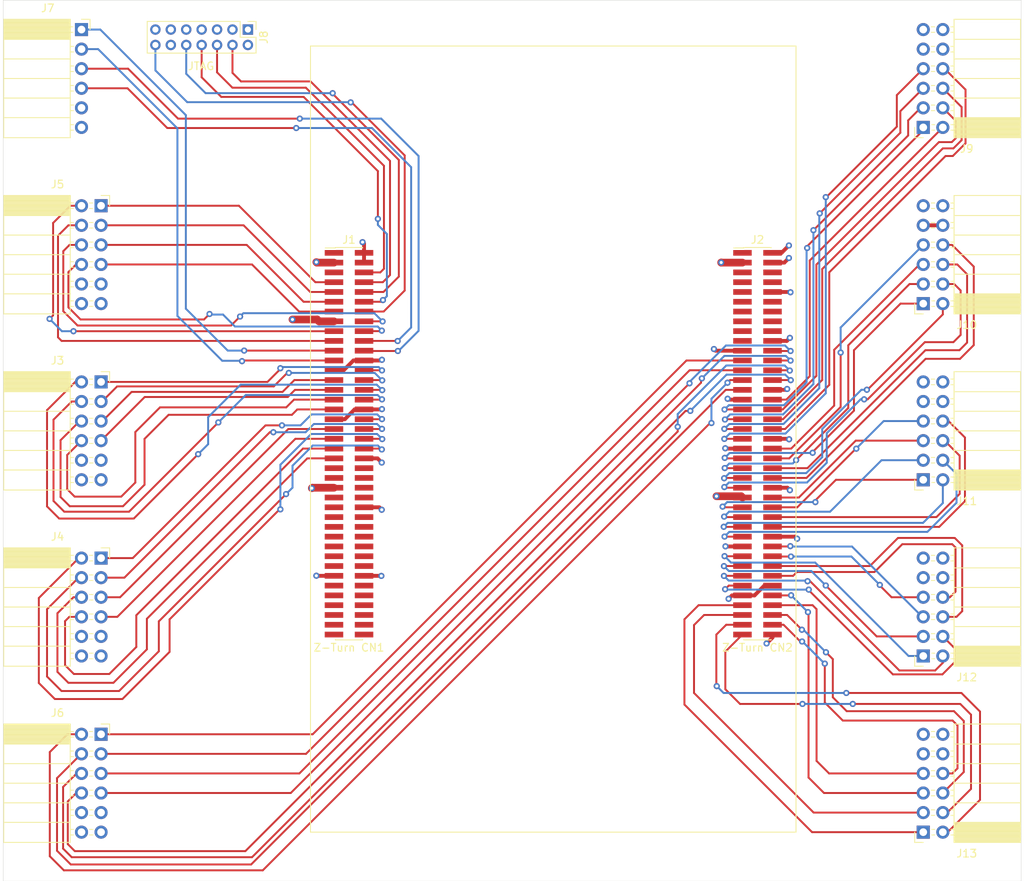
<source format=kicad_pcb>
(kicad_pcb (version 20171130) (host pcbnew "(5.1.4)-1")
  (layers (0 F.Cu signal) (1 In1.Cu signal) (2 In2.Cu signal) (31 B.Cu signal) (34 B.Paste user) (35 F.Paste user) (36 B.SilkS user) (37 F.SilkS user) (38 B.Mask user) (39 F.Mask user) (44 Edge.Cuts user))
  (net 0 "")
  (net 1 /BP)
  (net 2 /MEMS_INTn)
  (net 3 /I2C0_SCL)
  (net 4 /HDMI_INT)
  (net 5 /I2C0_SDA)
  (net 6 /I2S_D_IN)
  (net 7 /I2S_D_OUT)
  (net 8 /I2S_FSYNC_IN)
  (net 9 /I2S_FSYNC_OUT)
  (net 10 /I2S_SCLK)
  (net 11 /LCD_VSYNC)
  (net 12 /LCD_HSYNC)
  (net 13 GND)
  (net 14 /LCD_PCLK)
  (net 15 /LCD_DATA13)
  (net 16 /LCD_DE)
  (net 17 /LCD_DATA12)
  (net 18 /LCD_DATA15)
  (net 19 /LCD_DATA9)
  (net 20 /LCD_DATA14)
  (net 21 /LCD_DATA8)
  (net 22 /LCD_DATA11)
  (net 23 /LCD_DATA5)
  (net 24 /LCD_DATA10)
  (net 25 /LCD_DATA4)
  (net 26 /LCD_DATA1)
  (net 27 /LCD_DATA7)
  (net 28 /LCD_DATA0)
  (net 29 /LCD_DATA6)
  (net 30 +3V3)
  (net 31 /LCD_DATA3)
  (net 32 /IO_B34_LN11)
  (net 33 /LCD_DATA2)
  (net 34 /IO_B34_LP11)
  (net 35 /IO_B34_LN8)
  (net 36 /IO_B34_LN7)
  (net 37 /IO_B34_LP8)
  (net 38 /IO_B34_LP7)
  (net 39 /IO_B34_LN6)
  (net 40 /IO_B34_LN5)
  (net 41 /IO_B34_LP6)
  (net 42 /IO_B34_LP5)
  (net 43 /IO_B34_LN4)
  (net 44 /IO_B34_LN3)
  (net 45 /IO_B34_LP4)
  (net 46 /IO_B34_LP3)
  (net 47 /IO_B34_LN2)
  (net 48 /IO_B34_LN1)
  (net 49 /IO_B34_LP2)
  (net 50 /IO_B34_LP1)
  (net 51 /JTAG_SRST)
  (net 52 /JTAG_TDO)
  (net 53 /JTAG_TDI)
  (net 54 /IO_B13_LN11)
  (net 55 /JTAG_TMS)
  (net 56 /IO_B13_LP11)
  (net 57 /JTAG_TCK)
  (net 58 +1V8)
  (net 59 +5V)
  (net 60 /IO_B35_LN23)
  (net 61 /IO_B35_LN24)
  (net 62 /IO_B35_LP23)
  (net 63 /IO_B35_LP24)
  (net 64 /IO_B35_LN21)
  (net 65 /IO_B35_LN22)
  (net 66 /IO_B35_LP21)
  (net 67 /IO_B35_LP22)
  (net 68 /IO_B35_LN19)
  (net 69 /IO_B35_LN20)
  (net 70 /IO_B35_LP19)
  (net 71 /IO_B35_LP20)
  (net 72 /IO_B35_LN17)
  (net 73 /IO_B35_LN18)
  (net 74 /IO_B35_LP17)
  (net 75 /IO_B35_LP18)
  (net 76 /IO_B35_LN15)
  (net 77 /IO_B35_LN16)
  (net 78 /IO_B35_LP15)
  (net 79 /IO_B35_LP16)
  (net 80 /IO_B35_LN13)
  (net 81 /IO_B35_LN14)
  (net 82 /IO_B35_LP13)
  (net 83 /IO_B35_LP14)
  (net 84 /IO_B35_LN11)
  (net 85 /IO_B35_LN12)
  (net 86 /IO_B35_LP11)
  (net 87 /IO_B35_LP12)
  (net 88 /IO_B35_LN9)
  (net 89 /IO_B35_LN10)
  (net 90 /IO_B35_LP9)
  (net 91 /IO_B35_LP10)
  (net 92 /IO_B35_LN7)
  (net 93 /IO_B35_LN8)
  (net 94 /IO_B35_LP7)
  (net 95 /IO_B35_LP8)
  (net 96 /IO_B35_LN5)
  (net 97 /IO_B35_LN6)
  (net 98 /IO_B35_LP5)
  (net 99 /IO_B35_LP6)
  (net 100 /IO_B35_LN3)
  (net 101 /IO_B35_LN4)
  (net 102 /IO_B35_LP3)
  (net 103 /IO_B35_LP4)
  (net 104 /IO_B35_LN1)
  (net 105 /IO_B35_LN2)
  (net 106 /IO_B35_LP1)
  (net 107 /IO_B35_LP2)
  (net 108 /PS_MIO13)
  (net 109 /PS_MIO15)
  (net 110 /PS_MIO12)
  (net 111 /PS_MIO14)
  (net 112 /PS_MIO9)
  (net 113 /PS_MIO11)
  (net 114 /PS_MIO8)
  (net 115 /PS_MIO10)
  (net 116 /PS_MIO0)
  (net 117 /XADC_VCC)
  (net 118 /XADC_TEMP_N)
  (net 119 /XDAC_INN0)
  (net 120 /XADC_TEMP_P)
  (net 121 /XDAC_INP0)
  (net 122 /IO_B13_LN14)
  (net 123 /IO_B13_LP14)
  (net 124 /IO_B13_LP13)
  (net 125 /IO_B13_LN13)
  (net 126 /IO_B13_LN12)
  (net 127 /IO_B13_LP12)
  (net 128 "Net-(J8-Pad12)")
  (net 129 /IO_B13_LN15)
  (net 130 /IO_B13_LN21)
  (net 131 /IO_B13_LP15)
  (net 132 /IO_B13_LP21)
  (module zturn_breakout:PinSocket_2x06_P2.54mm_Horizontal (layer F.Cu) (at 181.618 57.15 180)
    (fp_text reference J9 (at -5.65 -2.77) (layer F.SilkS))
    (fp_text value PMOD6)
    (pad 1 thru_hole rect (at 0 0 180) (size 1.7 1.7) (drill 1) (layers *.Cu *.Mask) (net 98 /IO_B35_LP5))
    (pad 7 thru_hole oval (at -2.54 0 180) (size 1.7 1.7) (drill 1) (layers *.Cu *.Mask) (net 99 /IO_B35_LP6))
    (pad 2 thru_hole oval (at 0 2.54 180) (size 1.7 1.7) (drill 1) (layers *.Cu *.Mask) (net 96 /IO_B35_LN5))
    (pad 8 thru_hole oval (at -2.54 2.54 180) (size 1.7 1.7) (drill 1) (layers *.Cu *.Mask) (net 97 /IO_B35_LN6))
    (pad 3 thru_hole oval (at 0 5.08 180) (size 1.7 1.7) (drill 1) (layers *.Cu *.Mask) (net 94 /IO_B35_LP7))
    (pad 9 thru_hole oval (at -2.54 5.08 180) (size 1.7 1.7) (drill 1) (layers *.Cu *.Mask) (net 95 /IO_B35_LP8))
    (pad 4 thru_hole oval (at 0 7.62 180) (size 1.7 1.7) (drill 1) (layers *.Cu *.Mask) (net 92 /IO_B35_LN7))
    (pad 10 thru_hole oval (at -2.54 7.62 180) (size 1.7 1.7) (drill 1) (layers *.Cu *.Mask) (net 93 /IO_B35_LN8))
    (pad 5 thru_hole oval (at 0 10.16 180) (size 1.7 1.7) (drill 1) (layers *.Cu *.Mask) (net 13 GND))
    (pad 11 thru_hole oval (at -2.54 10.16 180) (size 1.7 1.7) (drill 1) (layers *.Cu *.Mask) (net 13 GND))
    (pad 6 thru_hole oval (at 0 12.7 180) (size 1.7 1.7) (drill 1) (layers *.Cu *.Mask) (net 30 +3V3))
    (pad 12 thru_hole oval (at -2.54 12.7 180) (size 1.7 1.7) (drill 1) (layers *.Cu *.Mask) (net 30 +3V3))
  )
  (module zturn_breakout:PinSocket_2x06_P2.54mm_Horizontal (layer F.Cu) (at 74.938 113.03)
    (fp_text reference J4 (at -5.65 -2.77) (layer F.SilkS))
    (fp_text value PMOD3)
    (pad 1 thru_hole rect (at 0 0) (size 1.7 1.7) (drill 1) (layers *.Cu *.Mask) (net 42 /IO_B34_LP5))
    (pad 7 thru_hole oval (at -2.54 0) (size 1.7 1.7) (drill 1) (layers *.Cu *.Mask) (net 38 /IO_B34_LP7))
    (pad 2 thru_hole oval (at 0 2.54) (size 1.7 1.7) (drill 1) (layers *.Cu *.Mask) (net 40 /IO_B34_LN5))
    (pad 8 thru_hole oval (at -2.54 2.54) (size 1.7 1.7) (drill 1) (layers *.Cu *.Mask) (net 36 /IO_B34_LN7))
    (pad 3 thru_hole oval (at 0 5.08) (size 1.7 1.7) (drill 1) (layers *.Cu *.Mask) (net 41 /IO_B34_LP6))
    (pad 9 thru_hole oval (at -2.54 5.08) (size 1.7 1.7) (drill 1) (layers *.Cu *.Mask) (net 35 /IO_B34_LN8))
    (pad 4 thru_hole oval (at 0 7.62) (size 1.7 1.7) (drill 1) (layers *.Cu *.Mask) (net 39 /IO_B34_LN6))
    (pad 10 thru_hole oval (at -2.54 7.62) (size 1.7 1.7) (drill 1) (layers *.Cu *.Mask) (net 37 /IO_B34_LP8))
    (pad 5 thru_hole oval (at 0 10.16) (size 1.7 1.7) (drill 1) (layers *.Cu *.Mask) (net 13 GND))
    (pad 11 thru_hole oval (at -2.54 10.16) (size 1.7 1.7) (drill 1) (layers *.Cu *.Mask) (net 13 GND))
    (pad 6 thru_hole oval (at 0 12.7) (size 1.7 1.7) (drill 1) (layers *.Cu *.Mask) (net 30 +3V3))
    (pad 12 thru_hole oval (at -2.54 12.7) (size 1.7 1.7) (drill 1) (layers *.Cu *.Mask) (net 30 +3V3))
  )
  (module zturn_breakout:PinSocket_2x06_P2.54mm_Horizontal (layer F.Cu) (at 181.618 148.59 180)
    (fp_text reference J13 (at -5.65 -2.77) (layer F.SilkS))
    (fp_text value PMOD10)
    (pad 1 thru_hole rect (at 0 0 180) (size 1.7 1.7) (drill 1) (layers *.Cu *.Mask) (net 66 /IO_B35_LP21))
    (pad 7 thru_hole oval (at -2.54 0 180) (size 1.7 1.7) (drill 1) (layers *.Cu *.Mask) (net 62 /IO_B35_LP23))
    (pad 2 thru_hole oval (at 0 2.54 180) (size 1.7 1.7) (drill 1) (layers *.Cu *.Mask) (net 64 /IO_B35_LN21))
    (pad 8 thru_hole oval (at -2.54 2.54 180) (size 1.7 1.7) (drill 1) (layers *.Cu *.Mask) (net 60 /IO_B35_LN23))
    (pad 3 thru_hole oval (at 0 5.08 180) (size 1.7 1.7) (drill 1) (layers *.Cu *.Mask) (net 67 /IO_B35_LP22))
    (pad 9 thru_hole oval (at -2.54 5.08 180) (size 1.7 1.7) (drill 1) (layers *.Cu *.Mask) (net 63 /IO_B35_LP24))
    (pad 4 thru_hole oval (at 0 7.62 180) (size 1.7 1.7) (drill 1) (layers *.Cu *.Mask) (net 65 /IO_B35_LN22))
    (pad 10 thru_hole oval (at -2.54 7.62 180) (size 1.7 1.7) (drill 1) (layers *.Cu *.Mask) (net 61 /IO_B35_LN24))
    (pad 5 thru_hole oval (at 0 10.16 180) (size 1.7 1.7) (drill 1) (layers *.Cu *.Mask) (net 13 GND))
    (pad 11 thru_hole oval (at -2.54 10.16 180) (size 1.7 1.7) (drill 1) (layers *.Cu *.Mask) (net 13 GND))
    (pad 6 thru_hole oval (at 0 12.7 180) (size 1.7 1.7) (drill 1) (layers *.Cu *.Mask) (net 30 +3V3))
    (pad 12 thru_hole oval (at -2.54 12.7 180) (size 1.7 1.7) (drill 1) (layers *.Cu *.Mask) (net 30 +3V3))
  )
  (module zturn_breakout:PinSocket_2x06_P2.54mm_Horizontal (layer F.Cu) (at 181.618 125.73 180)
    (fp_text reference J12 (at -5.65 -2.77) (layer F.SilkS))
    (fp_text value PMOD9)
    (pad 1 thru_hole rect (at 0 0 180) (size 1.7 1.7) (drill 1) (layers *.Cu *.Mask) (net 74 /IO_B35_LP17))
    (pad 7 thru_hole oval (at -2.54 0 180) (size 1.7 1.7) (drill 1) (layers *.Cu *.Mask) (net 70 /IO_B35_LP19))
    (pad 2 thru_hole oval (at 0 2.54 180) (size 1.7 1.7) (drill 1) (layers *.Cu *.Mask) (net 72 /IO_B35_LN17))
    (pad 8 thru_hole oval (at -2.54 2.54 180) (size 1.7 1.7) (drill 1) (layers *.Cu *.Mask) (net 68 /IO_B35_LN19))
    (pad 3 thru_hole oval (at 0 5.08 180) (size 1.7 1.7) (drill 1) (layers *.Cu *.Mask) (net 75 /IO_B35_LP18))
    (pad 9 thru_hole oval (at -2.54 5.08 180) (size 1.7 1.7) (drill 1) (layers *.Cu *.Mask) (net 71 /IO_B35_LP20))
    (pad 4 thru_hole oval (at 0 7.62 180) (size 1.7 1.7) (drill 1) (layers *.Cu *.Mask) (net 73 /IO_B35_LN18))
    (pad 10 thru_hole oval (at -2.54 7.62 180) (size 1.7 1.7) (drill 1) (layers *.Cu *.Mask) (net 69 /IO_B35_LN20))
    (pad 5 thru_hole oval (at 0 10.16 180) (size 1.7 1.7) (drill 1) (layers *.Cu *.Mask) (net 13 GND))
    (pad 11 thru_hole oval (at -2.54 10.16 180) (size 1.7 1.7) (drill 1) (layers *.Cu *.Mask) (net 13 GND))
    (pad 6 thru_hole oval (at 0 12.7 180) (size 1.7 1.7) (drill 1) (layers *.Cu *.Mask) (net 30 +3V3))
    (pad 12 thru_hole oval (at -2.54 12.7 180) (size 1.7 1.7) (drill 1) (layers *.Cu *.Mask) (net 30 +3V3))
  )
  (module zturn_breakout:PinSocket_2x06_P2.54mm_Horizontal (layer F.Cu) (at 181.618 102.87 180)
    (fp_text reference J11 (at -5.65 -2.77) (layer F.SilkS))
    (fp_text value PMOD8)
    (pad 1 thru_hole rect (at 0 0 180) (size 1.7 1.7) (drill 1) (layers *.Cu *.Mask) (net 82 /IO_B35_LP13))
    (pad 7 thru_hole oval (at -2.54 0 180) (size 1.7 1.7) (drill 1) (layers *.Cu *.Mask) (net 78 /IO_B35_LP15))
    (pad 2 thru_hole oval (at 0 2.54 180) (size 1.7 1.7) (drill 1) (layers *.Cu *.Mask) (net 80 /IO_B35_LN13))
    (pad 8 thru_hole oval (at -2.54 2.54 180) (size 1.7 1.7) (drill 1) (layers *.Cu *.Mask) (net 76 /IO_B35_LN15))
    (pad 3 thru_hole oval (at 0 5.08 180) (size 1.7 1.7) (drill 1) (layers *.Cu *.Mask) (net 83 /IO_B35_LP14))
    (pad 9 thru_hole oval (at -2.54 5.08 180) (size 1.7 1.7) (drill 1) (layers *.Cu *.Mask) (net 79 /IO_B35_LP16))
    (pad 4 thru_hole oval (at 0 7.62 180) (size 1.7 1.7) (drill 1) (layers *.Cu *.Mask) (net 81 /IO_B35_LN14))
    (pad 10 thru_hole oval (at -2.54 7.62 180) (size 1.7 1.7) (drill 1) (layers *.Cu *.Mask) (net 77 /IO_B35_LN16))
    (pad 5 thru_hole oval (at 0 10.16 180) (size 1.7 1.7) (drill 1) (layers *.Cu *.Mask) (net 13 GND))
    (pad 11 thru_hole oval (at -2.54 10.16 180) (size 1.7 1.7) (drill 1) (layers *.Cu *.Mask) (net 13 GND))
    (pad 6 thru_hole oval (at 0 12.7 180) (size 1.7 1.7) (drill 1) (layers *.Cu *.Mask) (net 30 +3V3))
    (pad 12 thru_hole oval (at -2.54 12.7 180) (size 1.7 1.7) (drill 1) (layers *.Cu *.Mask) (net 30 +3V3))
  )
  (module zturn_breakout:PinSocket_2x06_P2.54mm_Horizontal (layer F.Cu) (at 181.618 80.01 180)
    (fp_text reference J10 (at -5.65 -2.77) (layer F.SilkS))
    (fp_text value PMOD7)
    (pad 1 thru_hole rect (at 0 0 180) (size 1.7 1.7) (drill 1) (layers *.Cu *.Mask) (net 90 /IO_B35_LP9))
    (pad 7 thru_hole oval (at -2.54 0 180) (size 1.7 1.7) (drill 1) (layers *.Cu *.Mask) (net 86 /IO_B35_LP11))
    (pad 2 thru_hole oval (at 0 2.54 180) (size 1.7 1.7) (drill 1) (layers *.Cu *.Mask) (net 88 /IO_B35_LN9))
    (pad 8 thru_hole oval (at -2.54 2.54 180) (size 1.7 1.7) (drill 1) (layers *.Cu *.Mask) (net 84 /IO_B35_LN11))
    (pad 3 thru_hole oval (at 0 5.08 180) (size 1.7 1.7) (drill 1) (layers *.Cu *.Mask) (net 91 /IO_B35_LP10))
    (pad 9 thru_hole oval (at -2.54 5.08 180) (size 1.7 1.7) (drill 1) (layers *.Cu *.Mask) (net 87 /IO_B35_LP12))
    (pad 4 thru_hole oval (at 0 7.62 180) (size 1.7 1.7) (drill 1) (layers *.Cu *.Mask) (net 89 /IO_B35_LN10))
    (pad 10 thru_hole oval (at -2.54 7.62 180) (size 1.7 1.7) (drill 1) (layers *.Cu *.Mask) (net 85 /IO_B35_LN12))
    (pad 5 thru_hole oval (at 0 10.16 180) (size 1.7 1.7) (drill 1) (layers *.Cu *.Mask) (net 13 GND))
    (pad 11 thru_hole oval (at -2.54 10.16 180) (size 1.7 1.7) (drill 1) (layers *.Cu *.Mask) (net 13 GND))
    (pad 6 thru_hole oval (at 0 12.7 180) (size 1.7 1.7) (drill 1) (layers *.Cu *.Mask) (net 30 +3V3))
    (pad 12 thru_hole oval (at -2.54 12.7 180) (size 1.7 1.7) (drill 1) (layers *.Cu *.Mask) (net 30 +3V3))
  )
  (module zturn_breakout:PinSocket_2x06_P2.54mm_Horizontal (layer F.Cu) (at 74.938 135.89)
    (fp_text reference J6 (at -5.65 -2.77) (layer F.SilkS))
    (fp_text value PMOD5)
    (pad 1 thru_hole rect (at 0 0) (size 1.7 1.7) (drill 1) (layers *.Cu *.Mask) (net 106 /IO_B35_LP1))
    (pad 7 thru_hole oval (at -2.54 0) (size 1.7 1.7) (drill 1) (layers *.Cu *.Mask) (net 102 /IO_B35_LP3))
    (pad 2 thru_hole oval (at 0 2.54) (size 1.7 1.7) (drill 1) (layers *.Cu *.Mask) (net 104 /IO_B35_LN1))
    (pad 8 thru_hole oval (at -2.54 2.54) (size 1.7 1.7) (drill 1) (layers *.Cu *.Mask) (net 100 /IO_B35_LN3))
    (pad 3 thru_hole oval (at 0 5.08) (size 1.7 1.7) (drill 1) (layers *.Cu *.Mask) (net 107 /IO_B35_LP2))
    (pad 9 thru_hole oval (at -2.54 5.08) (size 1.7 1.7) (drill 1) (layers *.Cu *.Mask) (net 103 /IO_B35_LP4))
    (pad 4 thru_hole oval (at 0 7.62) (size 1.7 1.7) (drill 1) (layers *.Cu *.Mask) (net 105 /IO_B35_LN2))
    (pad 10 thru_hole oval (at -2.54 7.62) (size 1.7 1.7) (drill 1) (layers *.Cu *.Mask) (net 101 /IO_B35_LN4))
    (pad 5 thru_hole oval (at 0 10.16) (size 1.7 1.7) (drill 1) (layers *.Cu *.Mask) (net 13 GND))
    (pad 11 thru_hole oval (at -2.54 10.16) (size 1.7 1.7) (drill 1) (layers *.Cu *.Mask) (net 13 GND))
    (pad 6 thru_hole oval (at 0 12.7) (size 1.7 1.7) (drill 1) (layers *.Cu *.Mask) (net 30 +3V3))
    (pad 12 thru_hole oval (at -2.54 12.7) (size 1.7 1.7) (drill 1) (layers *.Cu *.Mask) (net 30 +3V3))
  )
  (module zturn_breakout:PinSocket_2x06_P2.54mm_Horizontal (layer F.Cu) (at 74.938 67.31)
    (fp_text reference J5 (at -5.65 -2.77) (layer F.SilkS))
    (fp_text value PMOD4)
    (pad 1 thru_hole rect (at 0 0) (size 1.7 1.7) (drill 1) (layers *.Cu *.Mask) (net 56 /IO_B13_LP11))
    (pad 7 thru_hole oval (at -2.54 0) (size 1.7 1.7) (drill 1) (layers *.Cu *.Mask) (net 124 /IO_B13_LP13))
    (pad 2 thru_hole oval (at 0 2.54) (size 1.7 1.7) (drill 1) (layers *.Cu *.Mask) (net 54 /IO_B13_LN11))
    (pad 8 thru_hole oval (at -2.54 2.54) (size 1.7 1.7) (drill 1) (layers *.Cu *.Mask) (net 125 /IO_B13_LN13))
    (pad 3 thru_hole oval (at 0 5.08) (size 1.7 1.7) (drill 1) (layers *.Cu *.Mask) (net 127 /IO_B13_LP12))
    (pad 9 thru_hole oval (at -2.54 5.08) (size 1.7 1.7) (drill 1) (layers *.Cu *.Mask) (net 123 /IO_B13_LP14))
    (pad 4 thru_hole oval (at 0 7.62) (size 1.7 1.7) (drill 1) (layers *.Cu *.Mask) (net 126 /IO_B13_LN12))
    (pad 10 thru_hole oval (at -2.54 7.62) (size 1.7 1.7) (drill 1) (layers *.Cu *.Mask) (net 122 /IO_B13_LN14))
    (pad 5 thru_hole oval (at 0 10.16) (size 1.7 1.7) (drill 1) (layers *.Cu *.Mask) (net 13 GND))
    (pad 11 thru_hole oval (at -2.54 10.16) (size 1.7 1.7) (drill 1) (layers *.Cu *.Mask) (net 13 GND))
    (pad 6 thru_hole oval (at 0 12.7) (size 1.7 1.7) (drill 1) (layers *.Cu *.Mask) (net 30 +3V3))
    (pad 12 thru_hole oval (at -2.54 12.7) (size 1.7 1.7) (drill 1) (layers *.Cu *.Mask) (net 30 +3V3))
  )
  (module zturn_breakout:PinSocket_2x06_P2.54mm_Horizontal (layer F.Cu) (at 74.938 90.17)
    (fp_text reference J3 (at -5.65 -2.77) (layer F.SilkS))
    (fp_text value PMOD2)
    (pad 1 thru_hole rect (at 0 0) (size 1.7 1.7) (drill 1) (layers *.Cu *.Mask) (net 50 /IO_B34_LP1))
    (pad 7 thru_hole oval (at -2.54 0) (size 1.7 1.7) (drill 1) (layers *.Cu *.Mask) (net 46 /IO_B34_LP3))
    (pad 2 thru_hole oval (at 0 2.54) (size 1.7 1.7) (drill 1) (layers *.Cu *.Mask) (net 48 /IO_B34_LN1))
    (pad 8 thru_hole oval (at -2.54 2.54) (size 1.7 1.7) (drill 1) (layers *.Cu *.Mask) (net 44 /IO_B34_LN3))
    (pad 3 thru_hole oval (at 0 5.08) (size 1.7 1.7) (drill 1) (layers *.Cu *.Mask) (net 49 /IO_B34_LP2))
    (pad 9 thru_hole oval (at -2.54 5.08) (size 1.7 1.7) (drill 1) (layers *.Cu *.Mask) (net 43 /IO_B34_LN4))
    (pad 4 thru_hole oval (at 0 7.62) (size 1.7 1.7) (drill 1) (layers *.Cu *.Mask) (net 47 /IO_B34_LN2))
    (pad 10 thru_hole oval (at -2.54 7.62) (size 1.7 1.7) (drill 1) (layers *.Cu *.Mask) (net 45 /IO_B34_LP4))
    (pad 5 thru_hole oval (at 0 10.16) (size 1.7 1.7) (drill 1) (layers *.Cu *.Mask) (net 13 GND))
    (pad 11 thru_hole oval (at -2.54 10.16) (size 1.7 1.7) (drill 1) (layers *.Cu *.Mask) (net 13 GND))
    (pad 6 thru_hole oval (at 0 12.7) (size 1.7 1.7) (drill 1) (layers *.Cu *.Mask) (net 30 +3V3))
    (pad 12 thru_hole oval (at -2.54 12.7) (size 1.7 1.7) (drill 1) (layers *.Cu *.Mask) (net 30 +3V3))
  )
  (module Connector_PinHeader_1.27mm:PinHeader_2x40_P1.27mm_Vertical_SMD (layer F.Cu) (at 160.108 98.185)
    (fp_text reference J2 (at 0 -26.46) (layer F.SilkS))
    (fp_text value "Z-Turn CN2" (at 0 26.46) (layer F.SilkS))
    (pad 80 smd rect (at 1.95 24.765) (size 2.4 0.74) (layers F.Cu F.Paste F.Mask) (net 13 GND))
    (pad 79 smd rect (at -1.95 24.765) (size 2.4 0.74) (layers F.Cu F.Paste F.Mask) (net 60 /IO_B35_LN23))
    (pad 78 smd rect (at 1.95 23.495) (size 2.4 0.74) (layers F.Cu F.Paste F.Mask) (net 61 /IO_B35_LN24))
    (pad 77 smd rect (at -1.95 23.495) (size 2.4 0.74) (layers F.Cu F.Paste F.Mask) (net 62 /IO_B35_LP23))
    (pad 76 smd rect (at 1.95 22.225) (size 2.4 0.74) (layers F.Cu F.Paste F.Mask) (net 63 /IO_B35_LP24))
    (pad 75 smd rect (at -1.95 22.225) (size 2.4 0.74) (layers F.Cu F.Paste F.Mask) (net 64 /IO_B35_LN21))
    (pad 74 smd rect (at 1.95 20.955) (size 2.4 0.74) (layers F.Cu F.Paste F.Mask) (net 65 /IO_B35_LN22))
    (pad 73 smd rect (at -1.95 20.955) (size 2.4 0.74) (layers F.Cu F.Paste F.Mask) (net 66 /IO_B35_LP21))
    (pad 72 smd rect (at 1.95 19.685) (size 2.4 0.74) (layers F.Cu F.Paste F.Mask) (net 67 /IO_B35_LP22))
    (pad 71 smd rect (at -1.95 19.685) (size 2.4 0.74) (layers F.Cu F.Paste F.Mask) (net 13 GND))
    (pad 70 smd rect (at 1.95 18.415) (size 2.4 0.74) (layers F.Cu F.Paste F.Mask) (net 13 GND))
    (pad 69 smd rect (at -1.95 18.415) (size 2.4 0.74) (layers F.Cu F.Paste F.Mask) (net 68 /IO_B35_LN19))
    (pad 68 smd rect (at 1.95 17.145) (size 2.4 0.74) (layers F.Cu F.Paste F.Mask) (net 69 /IO_B35_LN20))
    (pad 67 smd rect (at -1.95 17.145) (size 2.4 0.74) (layers F.Cu F.Paste F.Mask) (net 70 /IO_B35_LP19))
    (pad 66 smd rect (at 1.95 15.875) (size 2.4 0.74) (layers F.Cu F.Paste F.Mask) (net 71 /IO_B35_LP20))
    (pad 65 smd rect (at -1.95 15.875) (size 2.4 0.74) (layers F.Cu F.Paste F.Mask) (net 72 /IO_B35_LN17))
    (pad 64 smd rect (at 1.95 14.605) (size 2.4 0.74) (layers F.Cu F.Paste F.Mask) (net 73 /IO_B35_LN18))
    (pad 63 smd rect (at -1.95 14.605) (size 2.4 0.74) (layers F.Cu F.Paste F.Mask) (net 74 /IO_B35_LP17))
    (pad 62 smd rect (at 1.95 13.335) (size 2.4 0.74) (layers F.Cu F.Paste F.Mask) (net 75 /IO_B35_LP18))
    (pad 61 smd rect (at -1.95 13.335) (size 2.4 0.74) (layers F.Cu F.Paste F.Mask) (net 13 GND))
    (pad 60 smd rect (at 1.95 12.065) (size 2.4 0.74) (layers F.Cu F.Paste F.Mask) (net 13 GND))
    (pad 59 smd rect (at -1.95 12.065) (size 2.4 0.74) (layers F.Cu F.Paste F.Mask) (net 76 /IO_B35_LN15))
    (pad 58 smd rect (at 1.95 10.795) (size 2.4 0.74) (layers F.Cu F.Paste F.Mask) (net 77 /IO_B35_LN16))
    (pad 57 smd rect (at -1.95 10.795) (size 2.4 0.74) (layers F.Cu F.Paste F.Mask) (net 78 /IO_B35_LP15))
    (pad 56 smd rect (at 1.95 9.525) (size 2.4 0.74) (layers F.Cu F.Paste F.Mask) (net 79 /IO_B35_LP16))
    (pad 55 smd rect (at -1.95 9.525) (size 2.4 0.74) (layers F.Cu F.Paste F.Mask) (net 80 /IO_B35_LN13))
    (pad 54 smd rect (at 1.95 8.255) (size 2.4 0.74) (layers F.Cu F.Paste F.Mask) (net 81 /IO_B35_LN14))
    (pad 53 smd rect (at -1.95 8.255) (size 2.4 0.74) (layers F.Cu F.Paste F.Mask) (net 82 /IO_B35_LP13))
    (pad 52 smd rect (at 1.95 6.985) (size 2.4 0.74) (layers F.Cu F.Paste F.Mask) (net 83 /IO_B35_LP14))
    (pad 51 smd rect (at -1.95 6.985) (size 2.4 0.74) (layers F.Cu F.Paste F.Mask) (net 30 +3V3))
    (pad 50 smd rect (at 1.95 5.715) (size 2.4 0.74) (layers F.Cu F.Paste F.Mask) (net 13 GND))
    (pad 49 smd rect (at -1.95 5.715) (size 2.4 0.74) (layers F.Cu F.Paste F.Mask) (net 84 /IO_B35_LN11))
    (pad 48 smd rect (at 1.95 4.445) (size 2.4 0.74) (layers F.Cu F.Paste F.Mask) (net 85 /IO_B35_LN12))
    (pad 47 smd rect (at -1.95 4.445) (size 2.4 0.74) (layers F.Cu F.Paste F.Mask) (net 86 /IO_B35_LP11))
    (pad 46 smd rect (at 1.95 3.175) (size 2.4 0.74) (layers F.Cu F.Paste F.Mask) (net 87 /IO_B35_LP12))
    (pad 45 smd rect (at -1.95 3.175) (size 2.4 0.74) (layers F.Cu F.Paste F.Mask) (net 88 /IO_B35_LN9))
    (pad 44 smd rect (at 1.95 1.905) (size 2.4 0.74) (layers F.Cu F.Paste F.Mask) (net 89 /IO_B35_LN10))
    (pad 43 smd rect (at -1.95 1.905) (size 2.4 0.74) (layers F.Cu F.Paste F.Mask) (net 90 /IO_B35_LP9))
    (pad 42 smd rect (at 1.95 0.635) (size 2.4 0.74) (layers F.Cu F.Paste F.Mask) (net 91 /IO_B35_LP10))
    (pad 41 smd rect (at -1.95 0.635) (size 2.4 0.74) (layers F.Cu F.Paste F.Mask) (net 13 GND))
    (pad 40 smd rect (at 1.95 -0.635) (size 2.4 0.74) (layers F.Cu F.Paste F.Mask) (net 13 GND))
    (pad 39 smd rect (at -1.95 -0.635) (size 2.4 0.74) (layers F.Cu F.Paste F.Mask) (net 92 /IO_B35_LN7))
    (pad 38 smd rect (at 1.95 -1.905) (size 2.4 0.74) (layers F.Cu F.Paste F.Mask) (net 93 /IO_B35_LN8))
    (pad 37 smd rect (at -1.95 -1.905) (size 2.4 0.74) (layers F.Cu F.Paste F.Mask) (net 94 /IO_B35_LP7))
    (pad 36 smd rect (at 1.95 -3.175) (size 2.4 0.74) (layers F.Cu F.Paste F.Mask) (net 95 /IO_B35_LP8))
    (pad 35 smd rect (at -1.95 -3.175) (size 2.4 0.74) (layers F.Cu F.Paste F.Mask) (net 96 /IO_B35_LN5))
    (pad 34 smd rect (at 1.95 -4.445) (size 2.4 0.74) (layers F.Cu F.Paste F.Mask) (net 97 /IO_B35_LN6))
    (pad 33 smd rect (at -1.95 -4.445) (size 2.4 0.74) (layers F.Cu F.Paste F.Mask) (net 98 /IO_B35_LP5))
    (pad 32 smd rect (at 1.95 -5.715) (size 2.4 0.74) (layers F.Cu F.Paste F.Mask) (net 99 /IO_B35_LP6))
    (pad 31 smd rect (at -1.95 -5.715) (size 2.4 0.74) (layers F.Cu F.Paste F.Mask) (net 13 GND))
    (pad 30 smd rect (at 1.95 -6.985) (size 2.4 0.74) (layers F.Cu F.Paste F.Mask) (net 13 GND))
    (pad 29 smd rect (at -1.95 -6.985) (size 2.4 0.74) (layers F.Cu F.Paste F.Mask) (net 100 /IO_B35_LN3))
    (pad 28 smd rect (at 1.95 -8.255) (size 2.4 0.74) (layers F.Cu F.Paste F.Mask) (net 101 /IO_B35_LN4))
    (pad 27 smd rect (at -1.95 -8.255) (size 2.4 0.74) (layers F.Cu F.Paste F.Mask) (net 102 /IO_B35_LP3))
    (pad 26 smd rect (at 1.95 -9.525) (size 2.4 0.74) (layers F.Cu F.Paste F.Mask) (net 103 /IO_B35_LP4))
    (pad 25 smd rect (at -1.95 -9.525) (size 2.4 0.74) (layers F.Cu F.Paste F.Mask) (net 104 /IO_B35_LN1))
    (pad 24 smd rect (at 1.95 -10.795) (size 2.4 0.74) (layers F.Cu F.Paste F.Mask) (net 105 /IO_B35_LN2))
    (pad 23 smd rect (at -1.95 -10.795) (size 2.4 0.74) (layers F.Cu F.Paste F.Mask) (net 106 /IO_B35_LP1))
    (pad 22 smd rect (at 1.95 -12.065) (size 2.4 0.74) (layers F.Cu F.Paste F.Mask) (net 107 /IO_B35_LP2))
    (pad 21 smd rect (at -1.95 -12.065) (size 2.4 0.74) (layers F.Cu F.Paste F.Mask) (net 13 GND))
    (pad 20 smd rect (at 1.95 -13.335) (size 2.4 0.74) (layers F.Cu F.Paste F.Mask) (net 13 GND))
    (pad 19 smd rect (at -1.95 -13.335) (size 2.4 0.74) (layers F.Cu F.Paste F.Mask) (net 108 /PS_MIO13))
    (pad 18 smd rect (at 1.95 -14.605) (size 2.4 0.74) (layers F.Cu F.Paste F.Mask) (net 109 /PS_MIO15))
    (pad 17 smd rect (at -1.95 -14.605) (size 2.4 0.74) (layers F.Cu F.Paste F.Mask) (net 110 /PS_MIO12))
    (pad 16 smd rect (at 1.95 -15.875) (size 2.4 0.74) (layers F.Cu F.Paste F.Mask) (net 111 /PS_MIO14))
    (pad 15 smd rect (at -1.95 -15.875) (size 2.4 0.74) (layers F.Cu F.Paste F.Mask) (net 112 /PS_MIO9))
    (pad 14 smd rect (at 1.95 -17.145) (size 2.4 0.74) (layers F.Cu F.Paste F.Mask) (net 113 /PS_MIO11))
    (pad 13 smd rect (at -1.95 -17.145) (size 2.4 0.74) (layers F.Cu F.Paste F.Mask) (net 114 /PS_MIO8))
    (pad 12 smd rect (at 1.95 -18.415) (size 2.4 0.74) (layers F.Cu F.Paste F.Mask) (net 115 /PS_MIO10))
    (pad 11 smd rect (at -1.95 -18.415) (size 2.4 0.74) (layers F.Cu F.Paste F.Mask) (net 116 /PS_MIO0))
    (pad 10 smd rect (at 1.95 -19.685) (size 2.4 0.74) (layers F.Cu F.Paste F.Mask) (net 13 GND))
    (pad 9 smd rect (at -1.95 -19.685) (size 2.4 0.74) (layers F.Cu F.Paste F.Mask) (net 117 /XADC_VCC))
    (pad 8 smd rect (at 1.95 -20.955) (size 2.4 0.74) (layers F.Cu F.Paste F.Mask) (net 118 /XADC_TEMP_N))
    (pad 7 smd rect (at -1.95 -20.955) (size 2.4 0.74) (layers F.Cu F.Paste F.Mask) (net 119 /XDAC_INN0))
    (pad 6 smd rect (at 1.95 -22.225) (size 2.4 0.74) (layers F.Cu F.Paste F.Mask) (net 120 /XADC_TEMP_P))
    (pad 5 smd rect (at -1.95 -22.225) (size 2.4 0.74) (layers F.Cu F.Paste F.Mask) (net 121 /XDAC_INP0))
    (pad 4 smd rect (at 1.95 -23.495) (size 2.4 0.74) (layers F.Cu F.Paste F.Mask) (net 13 GND))
    (pad 3 smd rect (at -1.95 -23.495) (size 2.4 0.74) (layers F.Cu F.Paste F.Mask) (net 30 +3V3))
    (pad 2 smd rect (at 1.95 -24.765) (size 2.4 0.74) (layers F.Cu F.Paste F.Mask) (net 13 GND))
    (pad 1 smd rect (at -1.95 -24.765) (size 2.4 0.74) (layers F.Cu F.Paste F.Mask) (net 59 +5V))
  )
  (module Connector_PinHeader_1.27mm:PinHeader_2x40_P1.27mm_Vertical_SMD (layer F.Cu) (at 107.108 98.185)
    (fp_text reference J1 (at 0 -26.46) (layer F.SilkS))
    (fp_text value "Z-Turn CN1" (at 0 26.46) (layer F.SilkS))
    (pad 80 smd rect (at 1.95 24.765) (size 2.4 0.74) (layers F.Cu F.Paste F.Mask) (net 1 /BP))
    (pad 79 smd rect (at -1.95 24.765) (size 2.4 0.74) (layers F.Cu F.Paste F.Mask) (net 2 /MEMS_INTn))
    (pad 78 smd rect (at 1.95 23.495) (size 2.4 0.74) (layers F.Cu F.Paste F.Mask) (net 3 /I2C0_SCL))
    (pad 77 smd rect (at -1.95 23.495) (size 2.4 0.74) (layers F.Cu F.Paste F.Mask) (net 4 /HDMI_INT))
    (pad 76 smd rect (at 1.95 22.225) (size 2.4 0.74) (layers F.Cu F.Paste F.Mask) (net 5 /I2C0_SDA))
    (pad 75 smd rect (at -1.95 22.225) (size 2.4 0.74) (layers F.Cu F.Paste F.Mask) (net 6 /I2S_D_IN))
    (pad 74 smd rect (at 1.95 20.955) (size 2.4 0.74) (layers F.Cu F.Paste F.Mask) (net 7 /I2S_D_OUT))
    (pad 73 smd rect (at -1.95 20.955) (size 2.4 0.74) (layers F.Cu F.Paste F.Mask) (net 8 /I2S_FSYNC_IN))
    (pad 72 smd rect (at 1.95 19.685) (size 2.4 0.74) (layers F.Cu F.Paste F.Mask) (net 9 /I2S_FSYNC_OUT))
    (pad 71 smd rect (at -1.95 19.685) (size 2.4 0.74) (layers F.Cu F.Paste F.Mask) (net 10 /I2S_SCLK))
    (pad 70 smd rect (at 1.95 18.415) (size 2.4 0.74) (layers F.Cu F.Paste F.Mask) (net 11 /LCD_VSYNC))
    (pad 69 smd rect (at -1.95 18.415) (size 2.4 0.74) (layers F.Cu F.Paste F.Mask) (net 12 /LCD_HSYNC))
    (pad 68 smd rect (at 1.95 17.145) (size 2.4 0.74) (layers F.Cu F.Paste F.Mask) (net 13 GND))
    (pad 67 smd rect (at -1.95 17.145) (size 2.4 0.74) (layers F.Cu F.Paste F.Mask) (net 13 GND))
    (pad 66 smd rect (at 1.95 15.875) (size 2.4 0.74) (layers F.Cu F.Paste F.Mask) (net 14 /LCD_PCLK))
    (pad 65 smd rect (at -1.95 15.875) (size 2.4 0.74) (layers F.Cu F.Paste F.Mask) (net 15 /LCD_DATA13))
    (pad 64 smd rect (at 1.95 14.605) (size 2.4 0.74) (layers F.Cu F.Paste F.Mask) (net 16 /LCD_DE))
    (pad 63 smd rect (at -1.95 14.605) (size 2.4 0.74) (layers F.Cu F.Paste F.Mask) (net 17 /LCD_DATA12))
    (pad 62 smd rect (at 1.95 13.335) (size 2.4 0.74) (layers F.Cu F.Paste F.Mask) (net 18 /LCD_DATA15))
    (pad 61 smd rect (at -1.95 13.335) (size 2.4 0.74) (layers F.Cu F.Paste F.Mask) (net 19 /LCD_DATA9))
    (pad 60 smd rect (at 1.95 12.065) (size 2.4 0.74) (layers F.Cu F.Paste F.Mask) (net 20 /LCD_DATA14))
    (pad 59 smd rect (at -1.95 12.065) (size 2.4 0.74) (layers F.Cu F.Paste F.Mask) (net 21 /LCD_DATA8))
    (pad 58 smd rect (at 1.95 10.795) (size 2.4 0.74) (layers F.Cu F.Paste F.Mask) (net 22 /LCD_DATA11))
    (pad 57 smd rect (at -1.95 10.795) (size 2.4 0.74) (layers F.Cu F.Paste F.Mask) (net 23 /LCD_DATA5))
    (pad 56 smd rect (at 1.95 9.525) (size 2.4 0.74) (layers F.Cu F.Paste F.Mask) (net 24 /LCD_DATA10))
    (pad 55 smd rect (at -1.95 9.525) (size 2.4 0.74) (layers F.Cu F.Paste F.Mask) (net 25 /LCD_DATA4))
    (pad 54 smd rect (at 1.95 8.255) (size 2.4 0.74) (layers F.Cu F.Paste F.Mask) (net 13 GND))
    (pad 53 smd rect (at -1.95 8.255) (size 2.4 0.74) (layers F.Cu F.Paste F.Mask) (net 26 /LCD_DATA1))
    (pad 52 smd rect (at 1.95 6.985) (size 2.4 0.74) (layers F.Cu F.Paste F.Mask) (net 27 /LCD_DATA7))
    (pad 51 smd rect (at -1.95 6.985) (size 2.4 0.74) (layers F.Cu F.Paste F.Mask) (net 28 /LCD_DATA0))
    (pad 50 smd rect (at 1.95 5.715) (size 2.4 0.74) (layers F.Cu F.Paste F.Mask) (net 29 /LCD_DATA6))
    (pad 49 smd rect (at -1.95 5.715) (size 2.4 0.74) (layers F.Cu F.Paste F.Mask) (net 30 +3V3))
    (pad 48 smd rect (at 1.95 4.445) (size 2.4 0.74) (layers F.Cu F.Paste F.Mask) (net 31 /LCD_DATA3))
    (pad 47 smd rect (at -1.95 4.445) (size 2.4 0.74) (layers F.Cu F.Paste F.Mask) (net 32 /IO_B34_LN11))
    (pad 46 smd rect (at 1.95 3.175) (size 2.4 0.74) (layers F.Cu F.Paste F.Mask) (net 33 /LCD_DATA2))
    (pad 45 smd rect (at -1.95 3.175) (size 2.4 0.74) (layers F.Cu F.Paste F.Mask) (net 34 /IO_B34_LP11))
    (pad 44 smd rect (at 1.95 1.905) (size 2.4 0.74) (layers F.Cu F.Paste F.Mask) (net 13 GND))
    (pad 43 smd rect (at -1.95 1.905) (size 2.4 0.74) (layers F.Cu F.Paste F.Mask) (net 35 /IO_B34_LN8))
    (pad 42 smd rect (at 1.95 0.635) (size 2.4 0.74) (layers F.Cu F.Paste F.Mask) (net 36 /IO_B34_LN7))
    (pad 41 smd rect (at -1.95 0.635) (size 2.4 0.74) (layers F.Cu F.Paste F.Mask) (net 37 /IO_B34_LP8))
    (pad 40 smd rect (at 1.95 -0.635) (size 2.4 0.74) (layers F.Cu F.Paste F.Mask) (net 38 /IO_B34_LP7))
    (pad 39 smd rect (at -1.95 -0.635) (size 2.4 0.74) (layers F.Cu F.Paste F.Mask) (net 39 /IO_B34_LN6))
    (pad 38 smd rect (at 1.95 -1.905) (size 2.4 0.74) (layers F.Cu F.Paste F.Mask) (net 40 /IO_B34_LN5))
    (pad 37 smd rect (at -1.95 -1.905) (size 2.4 0.74) (layers F.Cu F.Paste F.Mask) (net 41 /IO_B34_LP6))
    (pad 36 smd rect (at 1.95 -3.175) (size 2.4 0.74) (layers F.Cu F.Paste F.Mask) (net 42 /IO_B34_LP5))
    (pad 35 smd rect (at -1.95 -3.175) (size 2.4 0.74) (layers F.Cu F.Paste F.Mask) (net 13 GND))
    (pad 34 smd rect (at 1.95 -4.445) (size 2.4 0.74) (layers F.Cu F.Paste F.Mask) (net 13 GND))
    (pad 33 smd rect (at -1.95 -4.445) (size 2.4 0.74) (layers F.Cu F.Paste F.Mask) (net 43 /IO_B34_LN4))
    (pad 32 smd rect (at 1.95 -5.715) (size 2.4 0.74) (layers F.Cu F.Paste F.Mask) (net 44 /IO_B34_LN3))
    (pad 31 smd rect (at -1.95 -5.715) (size 2.4 0.74) (layers F.Cu F.Paste F.Mask) (net 45 /IO_B34_LP4))
    (pad 30 smd rect (at 1.95 -6.985) (size 2.4 0.74) (layers F.Cu F.Paste F.Mask) (net 46 /IO_B34_LP3))
    (pad 29 smd rect (at -1.95 -6.985) (size 2.4 0.74) (layers F.Cu F.Paste F.Mask) (net 47 /IO_B34_LN2))
    (pad 28 smd rect (at 1.95 -8.255) (size 2.4 0.74) (layers F.Cu F.Paste F.Mask) (net 48 /IO_B34_LN1))
    (pad 27 smd rect (at -1.95 -8.255) (size 2.4 0.74) (layers F.Cu F.Paste F.Mask) (net 49 /IO_B34_LP2))
    (pad 26 smd rect (at 1.95 -9.525) (size 2.4 0.74) (layers F.Cu F.Paste F.Mask) (net 50 /IO_B34_LP1))
    (pad 25 smd rect (at -1.95 -9.525) (size 2.4 0.74) (layers F.Cu F.Paste F.Mask) (net 13 GND))
    (pad 24 smd rect (at 1.95 -10.795) (size 2.4 0.74) (layers F.Cu F.Paste F.Mask) (net 13 GND))
    (pad 23 smd rect (at -1.95 -10.795) (size 2.4 0.74) (layers F.Cu F.Paste F.Mask) (net 129 /IO_B13_LN15))
    (pad 22 smd rect (at 1.95 -12.065) (size 2.4 0.74) (layers F.Cu F.Paste F.Mask) (net 130 /IO_B13_LN21))
    (pad 21 smd rect (at -1.95 -12.065) (size 2.4 0.74) (layers F.Cu F.Paste F.Mask) (net 131 /IO_B13_LP15))
    (pad 20 smd rect (at 1.95 -13.335) (size 2.4 0.74) (layers F.Cu F.Paste F.Mask) (net 132 /IO_B13_LP21))
    (pad 19 smd rect (at -1.95 -13.335) (size 2.4 0.74) (layers F.Cu F.Paste F.Mask) (net 125 /IO_B13_LN13))
    (pad 18 smd rect (at 1.95 -14.605) (size 2.4 0.74) (layers F.Cu F.Paste F.Mask) (net 122 /IO_B13_LN14))
    (pad 17 smd rect (at -1.95 -14.605) (size 2.4 0.74) (layers F.Cu F.Paste F.Mask) (net 124 /IO_B13_LP13))
    (pad 16 smd rect (at 1.95 -15.875) (size 2.4 0.74) (layers F.Cu F.Paste F.Mask) (net 123 /IO_B13_LP14))
    (pad 15 smd rect (at -1.95 -15.875) (size 2.4 0.74) (layers F.Cu F.Paste F.Mask) (net 30 +3V3))
    (pad 14 smd rect (at 1.95 -17.145) (size 2.4 0.74) (layers F.Cu F.Paste F.Mask) (net 51 /JTAG_SRST))
    (pad 13 smd rect (at -1.95 -17.145) (size 2.4 0.74) (layers F.Cu F.Paste F.Mask) (net 126 /IO_B13_LN12))
    (pad 12 smd rect (at 1.95 -18.415) (size 2.4 0.74) (layers F.Cu F.Paste F.Mask) (net 52 /JTAG_TDO))
    (pad 11 smd rect (at -1.95 -18.415) (size 2.4 0.74) (layers F.Cu F.Paste F.Mask) (net 127 /IO_B13_LP12))
    (pad 10 smd rect (at 1.95 -19.685) (size 2.4 0.74) (layers F.Cu F.Paste F.Mask) (net 53 /JTAG_TDI))
    (pad 9 smd rect (at -1.95 -19.685) (size 2.4 0.74) (layers F.Cu F.Paste F.Mask) (net 54 /IO_B13_LN11))
    (pad 8 smd rect (at 1.95 -20.955) (size 2.4 0.74) (layers F.Cu F.Paste F.Mask) (net 55 /JTAG_TMS))
    (pad 7 smd rect (at -1.95 -20.955) (size 2.4 0.74) (layers F.Cu F.Paste F.Mask) (net 56 /IO_B13_LP11))
    (pad 6 smd rect (at 1.95 -22.225) (size 2.4 0.74) (layers F.Cu F.Paste F.Mask) (net 57 /JTAG_TCK))
    (pad 5 smd rect (at -1.95 -22.225) (size 2.4 0.74) (layers F.Cu F.Paste F.Mask) (net 58 +1V8))
    (pad 4 smd rect (at 1.95 -23.495) (size 2.4 0.74) (layers F.Cu F.Paste F.Mask) (net 13 GND))
    (pad 3 smd rect (at -1.95 -23.495) (size 2.4 0.74) (layers F.Cu F.Paste F.Mask) (net 30 +3V3))
    (pad 2 smd rect (at 1.95 -24.765) (size 2.4 0.74) (layers F.Cu F.Paste F.Mask) (net 13 GND))
    (pad 1 smd rect (at -1.95 -24.765) (size 2.4 0.74) (layers F.Cu F.Paste F.Mask) (net 59 +5V))
  )
  (module Connector_PinSocket_2.54mm:PinSocket_1x06_P2.54mm_Horizontal (layer F.Cu) (at 72.398 44.45)
    (fp_text reference J7 (at -4.38 -2.77) (layer F.SilkS))
    (fp_text value PMOD1)
    (pad 6 thru_hole oval (at 0 12.7) (size 1.7 1.7) (drill 1) (layers *.Cu *.Mask) (net 30 +3V3))
    (pad 5 thru_hole oval (at 0 10.16) (size 1.7 1.7) (drill 1) (layers *.Cu *.Mask) (net 13 GND))
    (pad 4 thru_hole oval (at 0 7.62) (size 1.7 1.7) (drill 1) (layers *.Cu *.Mask) (net 132 /IO_B13_LP21))
    (pad 3 thru_hole oval (at 0 5.08) (size 1.7 1.7) (drill 1) (layers *.Cu *.Mask) (net 130 /IO_B13_LN21))
    (pad 2 thru_hole oval (at 0 2.54) (size 1.7 1.7) (drill 1) (layers *.Cu *.Mask) (net 129 /IO_B13_LN15))
    (pad 1 thru_hole rect (at 0 0) (size 1.7 1.7) (drill 1) (layers *.Cu *.Mask) (net 131 /IO_B13_LP15))
  )
  (module Connector_PinHeader_2.00mm:PinHeader_2x07_P2.00mm_Vertical (layer F.Cu) (at 93.988 44.45 270)
    (fp_text reference J8 (at 1 -2.06 90) (layer F.SilkS))
    (fp_text value "HS3 JTAG")
    (pad 14 thru_hole oval (at 2 12 270) (size 1.35 1.35) (drill 0.8) (layers *.Cu *.Mask) (net 51 /JTAG_SRST))
    (pad 13 thru_hole oval (at 0 12 270) (size 1.35 1.35) (drill 0.8) (layers *.Cu *.Mask) (net 13 GND))
    (pad 12 thru_hole oval (at 2 10 270) (size 1.35 1.35) (drill 0.8) (layers *.Cu *.Mask) (net 128 "Net-(J8-Pad12)"))
    (pad 11 thru_hole oval (at 0 10 270) (size 1.35 1.35) (drill 0.8) (layers *.Cu *.Mask) (net 13 GND))
    (pad 10 thru_hole oval (at 2 8 270) (size 1.35 1.35) (drill 0.8) (layers *.Cu *.Mask) (net 53 /JTAG_TDI))
    (pad 9 thru_hole oval (at 0 8 270) (size 1.35 1.35) (drill 0.8) (layers *.Cu *.Mask) (net 13 GND))
    (pad 8 thru_hole oval (at 2 6 270) (size 1.35 1.35) (drill 0.8) (layers *.Cu *.Mask) (net 52 /JTAG_TDO))
    (pad 7 thru_hole oval (at 0 6 270) (size 1.35 1.35) (drill 0.8) (layers *.Cu *.Mask) (net 13 GND))
    (pad 6 thru_hole oval (at 2 4 270) (size 1.35 1.35) (drill 0.8) (layers *.Cu *.Mask) (net 57 /JTAG_TCK))
    (pad 5 thru_hole oval (at 0 4 270) (size 1.35 1.35) (drill 0.8) (layers *.Cu *.Mask) (net 13 GND))
    (pad 4 thru_hole oval (at 2 2 270) (size 1.35 1.35) (drill 0.8) (layers *.Cu *.Mask) (net 55 /JTAG_TMS))
    (pad 3 thru_hole oval (at 0 2 270) (size 1.35 1.35) (drill 0.8) (layers *.Cu *.Mask) (net 13 GND))
    (pad 2 thru_hole oval (at 2 0 270) (size 1.35 1.35) (drill 0.8) (layers *.Cu *.Mask) (net 30 +3V3))
    (pad 1 thru_hole rect (at 0 0 270) (size 1.35 1.35) (drill 0.8) (layers *.Cu *.Mask) (net 13 GND))
  )
  (gr_text JTAG (at 87.9094 49.1998) (layer F.SilkS) (effects (font (size 1 1))))
  (gr_line (start 102.108 148.59) (end 102.108 46.59) (layer F.SilkS) (width 0.12))
  (gr_line (start 194.318 154.94) (end 62.238 154.94) (layer Edge.Cuts) (width 0.05))
  (gr_line (start 194.318 40.64) (end 194.318 154.94) (layer Edge.Cuts) (width 0.05))
  (gr_line (start 62.238 40.64) (end 194.318 40.64) (layer Edge.Cuts) (width 0.05))
  (gr_line (start 62.238 40.64) (end 62.238 154.94) (layer Edge.Cuts) (width 0.05))
  (gr_line (start 102.108 46.59) (end 165.108 46.59) (layer F.SilkS) (width 0.12))
  (gr_line (start 165.108 148.59) (end 165.108 46.59) (layer F.SilkS) (width 0.12))
  (gr_line (start 102.108 148.59) (end 165.108 148.59) (layer F.SilkS) (width 0.12))
  (segment (start 181.618 69.85) (end 184.158 69.85) (width 0.5) (layer F.Cu) (net 13))
  (segment (start 109.058 74.69) (end 109.058 73.42) (width 0.5) (layer F.Cu) (net 13))
  (via (at 108.8644 72.0344) (size 0.8) (drill 0.4) (layers F.Cu B.Cu) (net 13))
  (segment (start 109.058 72.228) (end 109.058 73.42) (width 0.5) (layer F.Cu) (net 13))
  (segment (start 108.8644 72.0344) (end 109.058 72.228) (width 0.5) (layer F.Cu) (net 13))
  (via (at 111.379 87.2998) (size 0.8) (drill 0.4) (layers F.Cu B.Cu) (net 13))
  (segment (start 109.058 87.39) (end 111.2888 87.39) (width 0.5) (layer F.Cu) (net 13))
  (segment (start 111.2888 87.39) (end 111.379 87.2998) (width 0.5) (layer F.Cu) (net 13))
  (segment (start 105.158 88.66) (end 106.412 88.66) (width 0.5) (layer F.Cu) (net 13))
  (segment (start 107.682 87.39) (end 109.058 87.39) (width 0.5) (layer F.Cu) (net 13))
  (segment (start 106.412 88.66) (end 107.682 87.39) (width 0.5) (layer F.Cu) (net 13))
  (via (at 111.379 93.7006) (size 0.8) (drill 0.4) (layers F.Cu B.Cu) (net 13))
  (segment (start 109.058 93.74) (end 111.3396 93.74) (width 0.5) (layer F.Cu) (net 13))
  (segment (start 111.3396 93.74) (end 111.379 93.7006) (width 0.5) (layer F.Cu) (net 13))
  (segment (start 107.8344 93.74) (end 109.058 93.74) (width 0.5) (layer F.Cu) (net 13))
  (segment (start 105.158 95.01) (end 106.5644 95.01) (width 0.5) (layer F.Cu) (net 13))
  (segment (start 106.5644 95.01) (end 107.8344 93.74) (width 0.5) (layer F.Cu) (net 13))
  (via (at 111.3536 100.6348) (size 0.8) (drill 0.4) (layers F.Cu B.Cu) (net 13))
  (segment (start 109.058 100.09) (end 110.8088 100.09) (width 0.5) (layer F.Cu) (net 13))
  (segment (start 110.8088 100.09) (end 111.3536 100.6348) (width 0.5) (layer F.Cu) (net 13))
  (via (at 111.3536 106.7562) (size 0.8) (drill 0.4) (layers F.Cu B.Cu) (net 13))
  (segment (start 109.058 106.44) (end 111.0374 106.44) (width 0.5) (layer F.Cu) (net 13))
  (segment (start 111.0374 106.44) (end 111.3536 106.7562) (width 0.5) (layer F.Cu) (net 13))
  (via (at 111.3028 115.3414) (size 0.8) (drill 0.4) (layers F.Cu B.Cu) (net 13))
  (segment (start 109.058 115.33) (end 111.2914 115.33) (width 0.5) (layer F.Cu) (net 13))
  (segment (start 111.2914 115.33) (end 111.3028 115.3414) (width 0.5) (layer F.Cu) (net 13))
  (via (at 102.87 115.316) (size 0.8) (drill 0.4) (layers F.Cu B.Cu) (net 13))
  (segment (start 105.158 115.33) (end 102.884 115.33) (width 0.5) (layer F.Cu) (net 13))
  (segment (start 102.884 115.33) (end 102.87 115.316) (width 0.5) (layer F.Cu) (net 13))
  (via (at 161.29 124.1044) (size 0.8) (drill 0.4) (layers F.Cu B.Cu) (net 13))
  (segment (start 162.058 122.95) (end 162.058 123.3364) (width 0.5) (layer F.Cu) (net 13))
  (segment (start 162.058 123.3364) (end 161.29 124.1044) (width 0.5) (layer F.Cu) (net 13))
  (via (at 156.3624 118.3132) (size 0.8) (drill 0.4) (layers F.Cu B.Cu) (net 13))
  (segment (start 158.158 117.87) (end 156.8056 117.87) (width 0.5) (layer F.Cu) (net 13))
  (segment (start 156.8056 117.87) (end 156.3624 118.3132) (width 0.5) (layer F.Cu) (net 13))
  (segment (start 162.058 116.6) (end 160.9966 116.6) (width 0.5) (layer F.Cu) (net 13))
  (segment (start 159.7266 117.87) (end 158.158 117.87) (width 0.5) (layer F.Cu) (net 13))
  (segment (start 160.9966 116.6) (end 159.7266 117.87) (width 0.5) (layer F.Cu) (net 13))
  (via (at 155.956 111.506) (size 0.8) (drill 0.4) (layers F.Cu B.Cu) (net 13))
  (segment (start 158.158 111.52) (end 155.97 111.52) (width 0.5) (layer F.Cu) (net 13))
  (segment (start 155.97 111.52) (end 155.956 111.506) (width 0.5) (layer F.Cu) (net 13))
  (via (at 165.2524 110.5154) (size 0.8) (drill 0.4) (layers F.Cu B.Cu) (net 13))
  (segment (start 162.058 110.25) (end 164.987 110.25) (width 0.5) (layer F.Cu) (net 13))
  (segment (start 164.987 110.25) (end 165.2524 110.5154) (width 0.5) (layer F.Cu) (net 13))
  (via (at 164.3126 104.2162) (size 0.8) (drill 0.4) (layers F.Cu B.Cu) (net 13))
  (segment (start 162.058 103.9) (end 163.9964 103.9) (width 0.5) (layer F.Cu) (net 13))
  (segment (start 163.9964 103.9) (end 164.3126 104.2162) (width 0.5) (layer F.Cu) (net 13))
  (via (at 164.211 97.6122) (size 0.8) (drill 0.4) (layers F.Cu B.Cu) (net 13))
  (segment (start 162.058 97.55) (end 164.1488 97.55) (width 0.5) (layer F.Cu) (net 13))
  (segment (start 164.1488 97.55) (end 164.211 97.6122) (width 0.5) (layer F.Cu) (net 13))
  (via (at 155.9306 98.7806) (size 0.8) (drill 0.4) (layers F.Cu B.Cu) (net 13))
  (segment (start 158.158 98.82) (end 155.97 98.82) (width 0.5) (layer F.Cu) (net 13))
  (segment (start 155.97 98.82) (end 155.9306 98.7806) (width 0.5) (layer F.Cu) (net 13))
  (via (at 163.957 91.0844) (size 0.8) (drill 0.4) (layers F.Cu B.Cu) (net 13))
  (segment (start 162.058 91.2) (end 163.8414 91.2) (width 0.5) (layer F.Cu) (net 13))
  (segment (start 163.8414 91.2) (end 163.957 91.0844) (width 0.5) (layer F.Cu) (net 13))
  (via (at 156.2354 92.3544) (size 0.8) (drill 0.4) (layers F.Cu B.Cu) (net 13))
  (segment (start 156.351 92.47) (end 158.158 92.47) (width 0.5) (layer F.Cu) (net 13))
  (segment (start 156.2354 92.3544) (end 156.351 92.47) (width 0.5) (layer F.Cu) (net 13))
  (via (at 164.3126 84.455) (size 0.8) (drill 0.4) (layers F.Cu B.Cu) (net 13))
  (segment (start 162.058 84.85) (end 163.9176 84.85) (width 0.5) (layer F.Cu) (net 13))
  (segment (start 163.9176 84.85) (end 164.3126 84.455) (width 0.5) (layer F.Cu) (net 13))
  (via (at 154.4574 85.9028) (size 0.8) (drill 0.4) (layers F.Cu B.Cu) (net 13))
  (segment (start 158.158 86.12) (end 154.6746 86.12) (width 0.5) (layer F.Cu) (net 13))
  (segment (start 154.6746 86.12) (end 154.4574 85.9028) (width 0.5) (layer F.Cu) (net 13))
  (via (at 164.3888 78.5368) (size 0.8) (drill 0.4) (layers F.Cu B.Cu) (net 13))
  (segment (start 162.058 78.5) (end 164.352 78.5) (width 0.5) (layer F.Cu) (net 13))
  (segment (start 164.352 78.5) (end 164.3888 78.5368) (width 0.5) (layer F.Cu) (net 13))
  (via (at 164.1856 74.0918) (size 0.8) (drill 0.4) (layers F.Cu B.Cu) (net 13))
  (segment (start 162.058 74.69) (end 163.5874 74.69) (width 0.5) (layer F.Cu) (net 13))
  (segment (start 163.5874 74.69) (end 164.1856 74.0918) (width 0.5) (layer F.Cu) (net 13))
  (via (at 164.1856 72.4662) (size 0.8) (drill 0.4) (layers F.Cu B.Cu) (net 13))
  (segment (start 162.058 73.42) (end 163.2318 73.42) (width 0.5) (layer F.Cu) (net 13))
  (segment (start 163.2318 73.42) (end 164.1856 72.4662) (width 0.5) (layer F.Cu) (net 13))
  (via (at 102.87 74.6252) (size 0.8) (drill 0.4) (layers F.Cu B.Cu) (net 30))
  (segment (start 105.158 74.69) (end 102.9348 74.69) (width 1) (layer F.Cu) (net 30))
  (segment (start 102.9348 74.69) (end 102.87 74.6252) (width 1) (layer F.Cu) (net 30))
  (via (at 99.7712 82.0674) (size 0.8) (drill 0.4) (layers F.Cu B.Cu) (net 30))
  (segment (start 99.7712 82.0674) (end 102.9716 82.0674) (width 1) (layer F.Cu) (net 30))
  (segment (start 103.2142 82.31) (end 105.158 82.31) (width 1) (layer F.Cu) (net 30))
  (segment (start 102.9716 82.0674) (end 103.2142 82.31) (width 1) (layer F.Cu) (net 30))
  (via (at 102.2858 103.9622) (size 0.8) (drill 0.4) (layers F.Cu B.Cu) (net 30))
  (segment (start 102.348 103.9) (end 105.158 103.9) (width 1) (layer F.Cu) (net 30))
  (segment (start 102.2858 103.9622) (end 102.348 103.9) (width 1) (layer F.Cu) (net 30))
  (via (at 155.3972 74.676) (size 0.8) (drill 0.4) (layers F.Cu B.Cu) (net 30))
  (segment (start 158.158 74.69) (end 155.4112 74.69) (width 1) (layer F.Cu) (net 30))
  (segment (start 155.4112 74.69) (end 155.3972 74.676) (width 1) (layer F.Cu) (net 30))
  (via (at 154.7876 105.0036) (size 0.8) (drill 0.4) (layers F.Cu B.Cu) (net 30))
  (segment (start 157.9916 105.0036) (end 158.158 105.17) (width 1) (layer F.Cu) (net 30))
  (segment (start 154.7876 105.0036) (end 157.9916 105.0036) (width 1) (layer F.Cu) (net 30))
  (segment (start 71.3566 118.11) (end 72.398 118.11) (width 0.25) (layer F.Cu) (net 35))
  (segment (start 69.2738 120.1928) (end 71.3566 118.11) (width 0.25) (layer F.Cu) (net 35))
  (segment (start 101.6956 100.09) (end 80.8816 120.904) (width 0.25) (layer F.Cu) (net 35))
  (segment (start 105.158 100.09) (end 101.6956 100.09) (width 0.25) (layer F.Cu) (net 35))
  (segment (start 80.8816 120.904) (end 80.8816 124.8664) (width 0.25) (layer F.Cu) (net 35))
  (segment (start 69.2738 127.7874) (end 69.2738 120.1928) (width 0.25) (layer F.Cu) (net 35))
  (segment (start 76.5382 129.2098) (end 70.6962 129.2098) (width 0.25) (layer F.Cu) (net 35))
  (segment (start 80.8816 124.8664) (end 76.5382 129.2098) (width 0.25) (layer F.Cu) (net 35))
  (segment (start 70.6962 129.2098) (end 69.2738 127.7874) (width 0.25) (layer F.Cu) (net 35))
  (segment (start 72.398 115.57) (end 72.017 115.57) (width 0.25) (layer F.Cu) (net 36))
  (segment (start 72.017 115.57) (end 67.9276 119.6594) (width 0.25) (layer F.Cu) (net 36))
  (segment (start 67.9276 119.6594) (end 67.9276 128.397) (width 0.25) (layer F.Cu) (net 36))
  (segment (start 67.9276 128.397) (end 69.8072 130.2766) (width 0.25) (layer F.Cu) (net 36))
  (segment (start 69.8072 130.2766) (end 77.2748 130.2766) (width 0.25) (layer F.Cu) (net 36))
  (segment (start 77.2748 130.2766) (end 82.431 125.1204) (width 0.25) (layer F.Cu) (net 36))
  (via (at 98.941 104.7242) (size 0.8) (drill 0.4) (layers F.Cu B.Cu) (net 36))
  (segment (start 82.431 125.1204) (end 82.431 121.2342) (width 0.25) (layer F.Cu) (net 36))
  (segment (start 82.431 121.2342) (end 98.941 104.7242) (width 0.25) (layer F.Cu) (net 36))
  (segment (start 98.941 104.7242) (end 99.7792 103.886) (width 0.25) (layer B.Cu) (net 36))
  (segment (start 99.7792 103.886) (end 99.7792 101.0412) (width 0.25) (layer B.Cu) (net 36))
  (segment (start 99.7792 101.0412) (end 102.3954 98.425) (width 0.25) (layer B.Cu) (net 36))
  (via (at 111.3616 98.933) (size 0.8) (drill 0.4) (layers F.Cu B.Cu) (net 36))
  (segment (start 102.3954 98.425) (end 110.8536 98.425) (width 0.25) (layer B.Cu) (net 36))
  (segment (start 110.8536 98.425) (end 111.3616 98.933) (width 0.25) (layer B.Cu) (net 36))
  (segment (start 111.2486 98.82) (end 109.058 98.82) (width 0.25) (layer F.Cu) (net 36))
  (segment (start 111.3616 98.933) (end 111.2486 98.82) (width 0.25) (layer F.Cu) (net 36))
  (segment (start 72.398 120.65) (end 70.8232 120.65) (width 0.25) (layer F.Cu) (net 37))
  (segment (start 70.8232 120.65) (end 70.2644 121.2088) (width 0.25) (layer F.Cu) (net 37))
  (segment (start 70.2644 121.2088) (end 70.2644 126.9238) (width 0.25) (layer F.Cu) (net 37))
  (segment (start 70.2644 126.9238) (end 71.4074 128.0668) (width 0.25) (layer F.Cu) (net 37))
  (segment (start 71.4074 128.0668) (end 76.0048 128.0668) (width 0.25) (layer F.Cu) (net 37))
  (segment (start 76.0048 128.0668) (end 79.51 124.5616) (width 0.25) (layer F.Cu) (net 37))
  (segment (start 79.51 124.5616) (end 79.51 120.4468) (width 0.25) (layer F.Cu) (net 37))
  (segment (start 101.1368 98.82) (end 105.158 98.82) (width 0.25) (layer F.Cu) (net 37))
  (segment (start 79.51 120.4468) (end 101.1368 98.82) (width 0.25) (layer F.Cu) (net 37))
  (segment (start 72.398 113.03) (end 72.0424 113.03) (width 0.25) (layer F.Cu) (net 38))
  (segment (start 72.0424 113.03) (end 66.8608 118.2116) (width 0.25) (layer F.Cu) (net 38))
  (segment (start 66.8608 118.2116) (end 66.8608 129.2352) (width 0.25) (layer F.Cu) (net 38))
  (segment (start 66.8608 129.2352) (end 68.9436 131.318) (width 0.25) (layer F.Cu) (net 38))
  (segment (start 68.9436 131.318) (end 77.7066 131.318) (width 0.25) (layer F.Cu) (net 38))
  (segment (start 77.7066 131.318) (end 83.828 125.1966) (width 0.25) (layer F.Cu) (net 38))
  (segment (start 83.828 125.1966) (end 83.828 120.9802) (width 0.25) (layer F.Cu) (net 38))
  (via (at 98.2044 106.7054) (size 0.8) (drill 0.4) (layers F.Cu B.Cu) (net 38))
  (segment (start 83.828 120.9802) (end 98.1028 106.7054) (width 0.25) (layer F.Cu) (net 38))
  (segment (start 98.1028 106.7054) (end 98.2044 106.7054) (width 0.25) (layer F.Cu) (net 38))
  (segment (start 98.2044 106.7054) (end 98.2044 100.9142) (width 0.25) (layer B.Cu) (net 38))
  (segment (start 98.2044 100.9142) (end 102.1922 96.9264) (width 0.25) (layer B.Cu) (net 38))
  (via (at 111.4124 97.5868) (size 0.8) (drill 0.4) (layers F.Cu B.Cu) (net 38))
  (segment (start 102.1922 96.9264) (end 110.752 96.9264) (width 0.25) (layer B.Cu) (net 38))
  (segment (start 110.752 96.9264) (end 111.4124 97.5868) (width 0.25) (layer B.Cu) (net 38))
  (segment (start 111.3756 97.55) (end 109.058 97.55) (width 0.25) (layer F.Cu) (net 38))
  (segment (start 111.4124 97.5868) (end 111.3756 97.55) (width 0.25) (layer F.Cu) (net 38))
  (segment (start 105.158 97.55) (end 100.1462 97.55) (width 0.25) (layer F.Cu) (net 39))
  (segment (start 77.0462 120.65) (end 74.938 120.65) (width 0.25) (layer F.Cu) (net 39))
  (segment (start 100.1462 97.55) (end 77.0462 120.65) (width 0.25) (layer F.Cu) (net 39))
  (segment (start 74.938 115.57) (end 77.9606 115.57) (width 0.25) (layer F.Cu) (net 40))
  (via (at 97.29 96.6978) (size 0.8) (drill 0.4) (layers F.Cu B.Cu) (net 40))
  (segment (start 77.9606 115.57) (end 96.8328 96.6978) (width 0.25) (layer F.Cu) (net 40))
  (segment (start 96.8328 96.6978) (end 97.29 96.6978) (width 0.25) (layer F.Cu) (net 40))
  (segment (start 97.29 96.6978) (end 101.481 96.6978) (width 0.25) (layer B.Cu) (net 40))
  (segment (start 101.481 96.6978) (end 102.5478 95.631) (width 0.25) (layer B.Cu) (net 40))
  (via (at 111.387 96.266) (size 0.8) (drill 0.4) (layers F.Cu B.Cu) (net 40))
  (segment (start 102.5478 95.631) (end 110.752 95.631) (width 0.25) (layer B.Cu) (net 40))
  (segment (start 110.752 95.631) (end 111.387 96.266) (width 0.25) (layer B.Cu) (net 40))
  (segment (start 111.373 96.28) (end 109.058 96.28) (width 0.25) (layer F.Cu) (net 40))
  (segment (start 111.387 96.266) (end 111.373 96.28) (width 0.25) (layer F.Cu) (net 40))
  (segment (start 74.938 118.11) (end 77.4018 118.11) (width 0.25) (layer F.Cu) (net 41))
  (segment (start 99.2318 96.28) (end 105.158 96.28) (width 0.25) (layer F.Cu) (net 41))
  (segment (start 77.4018 118.11) (end 99.2318 96.28) (width 0.25) (layer F.Cu) (net 41))
  (via (at 98.4076 95.8088) (size 0.8) (drill 0.4) (layers F.Cu B.Cu) (net 42))
  (segment (start 98.4076 95.8088) (end 100.8206 95.8088) (width 0.25) (layer B.Cu) (net 42))
  (segment (start 100.8206 95.8088) (end 102.243 94.3864) (width 0.25) (layer B.Cu) (net 42))
  (via (at 111.387 94.996) (size 0.8) (drill 0.4) (layers F.Cu B.Cu) (net 42))
  (segment (start 102.243 94.3864) (end 110.7774 94.3864) (width 0.25) (layer B.Cu) (net 42))
  (segment (start 110.7774 94.3864) (end 111.387 94.996) (width 0.25) (layer B.Cu) (net 42))
  (segment (start 111.373 95.01) (end 109.058 95.01) (width 0.25) (layer F.Cu) (net 42))
  (segment (start 111.387 94.996) (end 111.373 95.01) (width 0.25) (layer F.Cu) (net 42))
  (segment (start 96.274 95.8088) (end 98.4076 95.8088) (width 0.25) (layer F.Cu) (net 42))
  (segment (start 74.938 113.03) (end 79.0528 113.03) (width 0.25) (layer F.Cu) (net 42))
  (segment (start 79.0528 113.03) (end 96.274 95.8088) (width 0.25) (layer F.Cu) (net 42))
  (segment (start 83.701 94.4372) (end 99.703 94.4372) (width 0.25) (layer F.Cu) (net 43))
  (segment (start 100.4002 93.74) (end 105.158 93.74) (width 0.25) (layer F.Cu) (net 43))
  (segment (start 80.5768 97.5614) (end 83.701 94.4372) (width 0.25) (layer F.Cu) (net 43))
  (segment (start 99.703 94.4372) (end 100.4002 93.74) (width 0.25) (layer F.Cu) (net 43))
  (segment (start 72.398 95.25) (end 72.1694 95.25) (width 0.25) (layer F.Cu) (net 43))
  (segment (start 69.6802 97.7392) (end 69.6802 105.1052) (width 0.25) (layer F.Cu) (net 43))
  (segment (start 80.5768 103.505) (end 80.5768 97.5614) (width 0.25) (layer F.Cu) (net 43))
  (segment (start 69.6802 105.1052) (end 70.874 106.299) (width 0.25) (layer F.Cu) (net 43))
  (segment (start 70.874 106.299) (end 77.7828 106.299) (width 0.25) (layer F.Cu) (net 43))
  (segment (start 72.1694 95.25) (end 69.6802 97.7392) (width 0.25) (layer F.Cu) (net 43))
  (segment (start 77.7828 106.299) (end 80.5768 103.505) (width 0.25) (layer F.Cu) (net 43))
  (segment (start 72.398 92.71) (end 71.128 92.71) (width 0.25) (layer F.Cu) (net 44))
  (segment (start 71.128 92.71) (end 68.7658 95.0722) (width 0.25) (layer F.Cu) (net 44))
  (segment (start 68.7658 95.0722) (end 68.7658 105.6132) (width 0.25) (layer F.Cu) (net 44))
  (segment (start 68.7658 105.6132) (end 70.1628 107.0102) (width 0.25) (layer F.Cu) (net 44))
  (segment (start 70.1628 107.0102) (end 78.5702 107.0102) (width 0.25) (layer F.Cu) (net 44))
  (via (at 90.1526 95.4278) (size 0.8) (drill 0.4) (layers F.Cu B.Cu) (net 44))
  (segment (start 78.5702 107.0102) (end 90.1526 95.4278) (width 0.25) (layer F.Cu) (net 44))
  (segment (start 90.1526 95.4278) (end 93.7086 91.8718) (width 0.25) (layer B.Cu) (net 44))
  (via (at 111.387 92.4306) (size 0.8) (drill 0.4) (layers F.Cu B.Cu) (net 44))
  (segment (start 93.7086 91.8718) (end 110.8282 91.8718) (width 0.25) (layer B.Cu) (net 44))
  (segment (start 110.8282 91.8718) (end 111.387 92.4306) (width 0.25) (layer B.Cu) (net 44))
  (segment (start 111.3476 92.47) (end 109.058 92.47) (width 0.25) (layer F.Cu) (net 44))
  (segment (start 111.387 92.4306) (end 111.3476 92.47) (width 0.25) (layer F.Cu) (net 44))
  (segment (start 105.158 92.47) (end 99.9684 92.47) (width 0.25) (layer F.Cu) (net 45))
  (segment (start 99.9684 92.47) (end 98.9664 93.472) (width 0.25) (layer F.Cu) (net 45))
  (segment (start 98.9664 93.472) (end 82.5834 93.472) (width 0.25) (layer F.Cu) (net 45))
  (segment (start 82.5834 93.472) (end 79.383 96.6724) (width 0.25) (layer F.Cu) (net 45))
  (segment (start 79.383 96.6724) (end 79.383 103.2256) (width 0.25) (layer F.Cu) (net 45))
  (segment (start 79.383 103.2256) (end 77.5542 105.0544) (width 0.25) (layer F.Cu) (net 45))
  (segment (start 77.5542 105.0544) (end 71.509 105.0544) (width 0.25) (layer F.Cu) (net 45))
  (segment (start 71.509 105.0544) (end 70.5438 104.0892) (width 0.25) (layer F.Cu) (net 45))
  (segment (start 70.5438 99.6442) (end 72.398 97.79) (width 0.25) (layer F.Cu) (net 45))
  (segment (start 70.5438 104.0892) (end 70.5438 99.6442) (width 0.25) (layer F.Cu) (net 45))
  (via (at 111.4124 91.2368) (size 0.8) (drill 0.4) (layers F.Cu B.Cu) (net 46))
  (segment (start 111.3756 91.2) (end 109.058 91.2) (width 0.25) (layer F.Cu) (net 46))
  (segment (start 111.4124 91.2368) (end 111.3756 91.2) (width 0.25) (layer F.Cu) (net 46))
  (via (at 87.5364 99.5426) (size 0.8) (drill 0.4) (layers F.Cu B.Cu) (net 46))
  (segment (start 110.7012 90.5256) (end 111.4124 91.2368) (width 0.25) (layer B.Cu) (net 46))
  (segment (start 93.0482 90.5256) (end 110.7012 90.5256) (width 0.25) (layer B.Cu) (net 46))
  (segment (start 88.8318 94.742) (end 93.0482 90.5256) (width 0.25) (layer B.Cu) (net 46))
  (segment (start 87.5364 99.5426) (end 88.8318 98.2472) (width 0.25) (layer B.Cu) (net 46))
  (segment (start 88.8318 98.2472) (end 88.8318 94.742) (width 0.25) (layer B.Cu) (net 46))
  (segment (start 71.5852 90.17) (end 72.398 90.17) (width 0.25) (layer F.Cu) (net 46))
  (segment (start 67.9276 93.8276) (end 71.5852 90.17) (width 0.25) (layer F.Cu) (net 46))
  (segment (start 67.9276 106.3244) (end 67.9276 93.8276) (width 0.25) (layer F.Cu) (net 46))
  (segment (start 69.5024 107.8992) (end 67.9276 106.3244) (width 0.25) (layer F.Cu) (net 46))
  (segment (start 87.5364 99.5426) (end 79.1798 107.8992) (width 0.25) (layer F.Cu) (net 46))
  (segment (start 79.1798 107.8992) (end 69.5024 107.8992) (width 0.25) (layer F.Cu) (net 46))
  (segment (start 80.6022 92.1258) (end 74.938 97.79) (width 0.25) (layer F.Cu) (net 47))
  (segment (start 99.1696 92.1258) (end 80.6022 92.1258) (width 0.25) (layer F.Cu) (net 47))
  (segment (start 105.158 91.2) (end 100.0954 91.2) (width 0.25) (layer F.Cu) (net 47))
  (segment (start 100.0954 91.2) (end 99.1696 92.1258) (width 0.25) (layer F.Cu) (net 47))
  (via (at 111.4124 89.9668) (size 0.8) (drill 0.4) (layers F.Cu B.Cu) (net 48))
  (segment (start 111.3756 89.93) (end 109.058 89.93) (width 0.25) (layer F.Cu) (net 48))
  (segment (start 111.4124 89.9668) (end 111.3756 89.93) (width 0.25) (layer F.Cu) (net 48))
  (segment (start 99.2966 89.0016) (end 110.4472 89.0016) (width 0.25) (layer B.Cu) (net 48))
  (segment (start 110.4472 89.0016) (end 111.4124 89.9668) (width 0.25) (layer B.Cu) (net 48))
  (via (at 99.2966 89.0016) (size 0.8) (drill 0.4) (layers F.Cu B.Cu) (net 48))
  (segment (start 75.065 92.71) (end 74.938 92.71) (width 0.25) (layer F.Cu) (net 48))
  (segment (start 77.0208 90.7542) (end 75.065 92.71) (width 0.25) (layer F.Cu) (net 48))
  (segment (start 97.3408 90.7542) (end 77.0208 90.7542) (width 0.25) (layer F.Cu) (net 48))
  (segment (start 99.2966 89.0016) (end 99.0934 89.0016) (width 0.25) (layer F.Cu) (net 48))
  (segment (start 99.0934 89.0016) (end 97.3408 90.7542) (width 0.25) (layer F.Cu) (net 48))
  (segment (start 74.938 95.25) (end 75.1158 95.25) (width 0.25) (layer F.Cu) (net 49))
  (segment (start 75.1158 95.25) (end 78.9004 91.4654) (width 0.25) (layer F.Cu) (net 49))
  (segment (start 78.9004 91.4654) (end 98.4838 91.4654) (width 0.25) (layer F.Cu) (net 49))
  (segment (start 100.0192 89.93) (end 105.158 89.93) (width 0.25) (layer F.Cu) (net 49))
  (segment (start 98.4838 91.4654) (end 100.0192 89.93) (width 0.25) (layer F.Cu) (net 49))
  (via (at 111.387 88.6714) (size 0.8) (drill 0.4) (layers F.Cu B.Cu) (net 50))
  (segment (start 111.3756 88.66) (end 109.058 88.66) (width 0.25) (layer F.Cu) (net 50))
  (segment (start 111.387 88.6714) (end 111.3756 88.66) (width 0.25) (layer F.Cu) (net 50))
  (segment (start 98.2044 88.392) (end 98.3568 88.2396) (width 0.25) (layer B.Cu) (net 50))
  (segment (start 96.528 90.17) (end 74.938 90.17) (width 0.25) (layer F.Cu) (net 50))
  (via (at 98.2044 88.392) (size 0.8) (drill 0.4) (layers F.Cu B.Cu) (net 50))
  (segment (start 98.3568 88.2396) (end 110.9552 88.2396) (width 0.25) (layer B.Cu) (net 50))
  (segment (start 110.9552 88.2396) (end 111.387 88.6714) (width 0.25) (layer B.Cu) (net 50))
  (segment (start 98.2044 88.392) (end 98.2044 88.4936) (width 0.25) (layer F.Cu) (net 50))
  (segment (start 98.2044 88.4936) (end 96.528 90.17) (width 0.25) (layer F.Cu) (net 50))
  (segment (start 111.6016 81.04) (end 109.058 81.04) (width 0.25) (layer F.Cu) (net 51))
  (segment (start 114.3334 78.3082) (end 111.6016 81.04) (width 0.25) (layer F.Cu) (net 51))
  (segment (start 107.323 53.8988) (end 107.2976 53.8734) (width 0.25) (layer B.Cu) (net 51))
  (segment (start 107.2976 53.8734) (end 86.114 53.8734) (width 0.25) (layer B.Cu) (net 51))
  (segment (start 81.988 49.7474) (end 81.988 46.45) (width 0.25) (layer B.Cu) (net 51))
  (segment (start 107.323 53.8988) (end 107.45 53.8988) (width 0.25) (layer F.Cu) (net 51))
  (segment (start 114.3334 60.7822) (end 114.3334 78.3082) (width 0.25) (layer F.Cu) (net 51))
  (segment (start 107.45 53.8988) (end 114.3334 60.7822) (width 0.25) (layer F.Cu) (net 51))
  (segment (start 86.114 53.8734) (end 81.988 49.7474) (width 0.25) (layer B.Cu) (net 51))
  (via (at 107.323 53.8988) (size 0.8) (drill 0.4) (layers F.Cu B.Cu) (net 51))
  (via (at 110.8536 69.0118) (size 0.8) (drill 0.4) (layers F.Cu B.Cu) (net 52))
  (via (at 111.514 79.5528) (size 0.8) (drill 0.4) (layers F.Cu B.Cu) (net 52))
  (segment (start 111.2968 79.77) (end 109.058 79.77) (width 0.25) (layer F.Cu) (net 52))
  (segment (start 111.514 79.5528) (end 111.2968 79.77) (width 0.25) (layer F.Cu) (net 52))
  (segment (start 112.022 79.0448) (end 111.514 79.5528) (width 0.25) (layer B.Cu) (net 52))
  (segment (start 112.022 70.9676) (end 112.022 79.0448) (width 0.25) (layer B.Cu) (net 52))
  (segment (start 110.8536 69.0118) (end 110.8536 69.7992) (width 0.25) (layer B.Cu) (net 52))
  (segment (start 110.8536 69.7992) (end 112.022 70.9676) (width 0.25) (layer B.Cu) (net 52))
  (segment (start 110.8536 62.8142) (end 110.8536 69.0118) (width 0.25) (layer F.Cu) (net 52))
  (segment (start 101.227 53.1876) (end 110.8536 62.8142) (width 0.25) (layer F.Cu) (net 52))
  (segment (start 90.5336 53.1876) (end 101.227 53.1876) (width 0.25) (layer F.Cu) (net 52))
  (segment (start 87.988 46.45) (end 87.988 50.642) (width 0.25) (layer F.Cu) (net 52))
  (segment (start 87.988 50.642) (end 90.5336 53.1876) (width 0.25) (layer F.Cu) (net 52))
  (segment (start 109.058 78.5) (end 111.5762 78.5) (width 0.25) (layer F.Cu) (net 53))
  (segment (start 111.5762 78.5) (end 113.5714 76.5048) (width 0.25) (layer F.Cu) (net 53))
  (segment (start 113.5714 76.5048) (end 113.5714 61.3664) (width 0.25) (layer F.Cu) (net 53))
  (via (at 104.9862 52.705) (size 0.8) (drill 0.4) (layers F.Cu B.Cu) (net 53))
  (segment (start 113.5714 61.3664) (end 104.9862 52.7812) (width 0.25) (layer F.Cu) (net 53))
  (segment (start 104.9862 52.7812) (end 104.9862 52.705) (width 0.25) (layer F.Cu) (net 53))
  (segment (start 85.988 50.1914) (end 85.988 46.45) (width 0.25) (layer B.Cu) (net 53))
  (segment (start 104.9862 52.705) (end 88.5016 52.705) (width 0.25) (layer B.Cu) (net 53))
  (segment (start 88.5016 52.705) (end 85.988 50.1914) (width 0.25) (layer B.Cu) (net 53))
  (segment (start 105.158 78.5) (end 102.0792 78.5) (width 0.25) (layer F.Cu) (net 54))
  (segment (start 93.4292 69.85) (end 74.938 69.85) (width 0.25) (layer F.Cu) (net 54))
  (segment (start 102.0792 78.5) (end 93.4292 69.85) (width 0.25) (layer F.Cu) (net 54))
  (segment (start 109.058 77.23) (end 111.5 77.23) (width 0.25) (layer F.Cu) (net 55))
  (segment (start 111.5 77.23) (end 112.4284 76.3016) (width 0.25) (layer F.Cu) (net 55))
  (segment (start 112.4284 76.3016) (end 112.4284 61.4934) (width 0.25) (layer F.Cu) (net 55))
  (segment (start 112.4284 61.4934) (end 102.116 51.181) (width 0.25) (layer F.Cu) (net 55))
  (segment (start 102.116 51.181) (end 93.099 51.181) (width 0.25) (layer F.Cu) (net 55))
  (segment (start 91.988 50.07) (end 91.988 46.45) (width 0.25) (layer F.Cu) (net 55))
  (segment (start 93.099 51.181) (end 91.988 50.07) (width 0.25) (layer F.Cu) (net 55))
  (segment (start 102.7396 77.23) (end 105.158 77.23) (width 0.25) (layer F.Cu) (net 56))
  (segment (start 74.938 67.31) (end 92.8196 67.31) (width 0.25) (layer F.Cu) (net 56))
  (segment (start 92.8196 67.31) (end 102.7396 77.23) (width 0.25) (layer F.Cu) (net 56))
  (segment (start 109.058 75.96) (end 111.1698 75.96) (width 0.25) (layer F.Cu) (net 57))
  (segment (start 111.1698 75.96) (end 111.641 75.4888) (width 0.25) (layer F.Cu) (net 57))
  (segment (start 111.641 75.4888) (end 111.641 62.1284) (width 0.25) (layer F.Cu) (net 57))
  (segment (start 111.641 62.1284) (end 101.5064 51.9938) (width 0.25) (layer F.Cu) (net 57))
  (segment (start 101.5064 51.9938) (end 91.9814 51.9938) (width 0.25) (layer F.Cu) (net 57))
  (segment (start 89.988 50.0004) (end 89.988 46.45) (width 0.25) (layer F.Cu) (net 57))
  (segment (start 91.9814 51.9938) (end 89.988 50.0004) (width 0.25) (layer F.Cu) (net 57))
  (segment (start 184.158 146.05) (end 184.7422 146.05) (width 0.25) (layer F.Cu) (net 60))
  (segment (start 184.7422 146.05) (end 187.8156 142.9766) (width 0.25) (layer F.Cu) (net 60))
  (segment (start 187.8156 142.9766) (end 187.8156 133.731) (width 0.25) (layer F.Cu) (net 60))
  (segment (start 187.8156 133.731) (end 187.8156 133.35) (width 0.25) (layer F.Cu) (net 60))
  (segment (start 187.8156 133.35) (end 186.4186 131.953) (width 0.25) (layer F.Cu) (net 60))
  (via (at 172.474 131.953) (size 0.8) (drill 0.4) (layers F.Cu B.Cu) (net 60))
  (segment (start 186.4186 131.953) (end 172.474 131.953) (width 0.25) (layer F.Cu) (net 60))
  (via (at 165.9462 131.953) (size 0.8) (drill 0.4) (layers F.Cu B.Cu) (net 60))
  (segment (start 165.7684 131.953) (end 165.9462 131.953) (width 0.25) (layer B.Cu) (net 60))
  (segment (start 172.474 131.953) (end 165.9462 131.953) (width 0.25) (layer B.Cu) (net 60))
  (segment (start 165.9462 131.953) (end 157.8436 131.953) (width 0.25) (layer F.Cu) (net 60))
  (segment (start 157.8436 131.953) (end 155.9386 130.048) (width 0.25) (layer F.Cu) (net 60))
  (segment (start 155.9386 125.1694) (end 158.158 122.95) (width 0.25) (layer F.Cu) (net 60))
  (segment (start 155.9386 130.048) (end 155.9386 125.1694) (width 0.25) (layer F.Cu) (net 60))
  (via (at 165.8954 123.8504) (size 0.8) (drill 0.4) (layers F.Cu B.Cu) (net 61))
  (segment (start 163.4964 121.68) (end 162.058 121.68) (width 0.25) (layer F.Cu) (net 61))
  (segment (start 165.6668 123.8504) (end 163.4964 121.68) (width 0.25) (layer F.Cu) (net 61))
  (segment (start 165.8954 123.8504) (end 165.6668 123.8504) (width 0.25) (layer F.Cu) (net 61))
  (segment (start 165.9462 123.8504) (end 165.8954 123.8504) (width 0.25) (layer B.Cu) (net 61))
  (segment (start 168.791 126.6698) (end 168.7656 126.6698) (width 0.25) (layer B.Cu) (net 61))
  (segment (start 185.4026 140.97) (end 184.158 140.97) (width 0.25) (layer F.Cu) (net 61))
  (segment (start 186.063 140.3096) (end 185.4026 140.97) (width 0.25) (layer F.Cu) (net 61))
  (segment (start 168.8418 126.7206) (end 168.8418 131.7752) (width 0.25) (layer F.Cu) (net 61))
  (segment (start 168.8418 131.7752) (end 171.1786 134.112) (width 0.25) (layer F.Cu) (net 61))
  (segment (start 171.1786 134.112) (end 185.428 134.112) (width 0.25) (layer F.Cu) (net 61))
  (segment (start 185.428 134.112) (end 186.063 134.747) (width 0.25) (layer F.Cu) (net 61))
  (segment (start 186.063 134.747) (end 186.063 140.3096) (width 0.25) (layer F.Cu) (net 61))
  (segment (start 168.7656 126.6698) (end 165.9462 123.8504) (width 0.25) (layer B.Cu) (net 61))
  (segment (start 168.8418 126.7206) (end 168.791 126.6698) (width 0.25) (layer B.Cu) (net 61))
  (via (at 168.8418 126.7206) (size 0.8) (drill 0.4) (layers F.Cu B.Cu) (net 61))
  (segment (start 184.158 148.59) (end 184.793 148.59) (width 0.25) (layer F.Cu) (net 62))
  (segment (start 184.793 148.59) (end 188.984 144.399) (width 0.25) (layer F.Cu) (net 62))
  (segment (start 188.984 144.399) (end 188.984 132.9436) (width 0.25) (layer F.Cu) (net 62))
  (via (at 171.6358 130.5306) (size 0.8) (drill 0.4) (layers F.Cu B.Cu) (net 62))
  (segment (start 188.984 132.9436) (end 186.571 130.5306) (width 0.25) (layer F.Cu) (net 62))
  (segment (start 186.571 130.5306) (end 171.6358 130.5306) (width 0.25) (layer F.Cu) (net 62))
  (segment (start 171.6358 130.5306) (end 155.71 130.5306) (width 0.25) (layer B.Cu) (net 62))
  (via (at 154.821 129.6416) (size 0.8) (drill 0.4) (layers F.Cu B.Cu) (net 62))
  (segment (start 155.71 130.5306) (end 154.821 129.6416) (width 0.25) (layer B.Cu) (net 62))
  (segment (start 154.821 129.6416) (end 154.7702 129.5908) (width 0.25) (layer F.Cu) (net 62))
  (segment (start 154.7702 129.5908) (end 154.7702 122.9614) (width 0.25) (layer F.Cu) (net 62))
  (segment (start 156.0516 121.68) (end 158.158 121.68) (width 0.25) (layer F.Cu) (net 62))
  (segment (start 154.7702 122.9614) (end 156.0516 121.68) (width 0.25) (layer F.Cu) (net 62))
  (via (at 165.87 122.3264) (size 0.8) (drill 0.4) (layers F.Cu B.Cu) (net 63))
  (segment (start 163.9536 120.41) (end 162.058 120.41) (width 0.25) (layer F.Cu) (net 63))
  (segment (start 165.87 122.3264) (end 163.9536 120.41) (width 0.25) (layer F.Cu) (net 63))
  (segment (start 166.0732 122.3264) (end 165.87 122.3264) (width 0.25) (layer B.Cu) (net 63))
  (segment (start 168.9942 125.2474) (end 166.0732 122.3264) (width 0.25) (layer B.Cu) (net 63))
  (via (at 168.9942 125.2474) (size 0.8) (drill 0.4) (layers F.Cu B.Cu) (net 63))
  (segment (start 186.8758 140.7922) (end 184.158 143.51) (width 0.25) (layer F.Cu) (net 63))
  (segment (start 169.8832 126.1364) (end 169.8832 131.0894) (width 0.25) (layer F.Cu) (net 63))
  (segment (start 168.9942 125.2474) (end 169.8832 126.1364) (width 0.25) (layer F.Cu) (net 63))
  (segment (start 169.8832 131.0894) (end 171.6866 132.8928) (width 0.25) (layer F.Cu) (net 63))
  (segment (start 171.6866 132.8928) (end 185.6058 132.8928) (width 0.25) (layer F.Cu) (net 63))
  (segment (start 185.6058 132.8928) (end 186.8758 134.1628) (width 0.25) (layer F.Cu) (net 63))
  (segment (start 186.8758 134.1628) (end 186.8758 140.7922) (width 0.25) (layer F.Cu) (net 63))
  (segment (start 158.158 120.41) (end 153.1814 120.41) (width 0.25) (layer F.Cu) (net 64))
  (segment (start 153.1814 120.41) (end 151.8746 121.7168) (width 0.25) (layer F.Cu) (net 64))
  (segment (start 151.8746 121.7168) (end 151.8746 130.5306) (width 0.25) (layer F.Cu) (net 64))
  (segment (start 167.394 146.05) (end 181.618 146.05) (width 0.25) (layer F.Cu) (net 64))
  (segment (start 151.8746 130.5306) (end 167.394 146.05) (width 0.25) (layer F.Cu) (net 64))
  (segment (start 167.2556 119.14) (end 162.058 119.14) (width 0.25) (layer F.Cu) (net 65))
  (segment (start 167.775 119.6594) (end 167.2556 119.14) (width 0.25) (layer F.Cu) (net 65))
  (segment (start 167.775 139.3444) (end 167.775 119.6594) (width 0.25) (layer F.Cu) (net 65))
  (segment (start 181.618 140.97) (end 169.4006 140.97) (width 0.25) (layer F.Cu) (net 65))
  (segment (start 169.4006 140.97) (end 167.775 139.3444) (width 0.25) (layer F.Cu) (net 65))
  (segment (start 152.4702 119.14) (end 158.158 119.14) (width 0.25) (layer F.Cu) (net 66))
  (segment (start 150.63 120.9802) (end 152.4702 119.14) (width 0.25) (layer F.Cu) (net 66))
  (segment (start 150.63 132.0292) (end 150.63 120.9802) (width 0.25) (layer F.Cu) (net 66))
  (segment (start 181.618 148.59) (end 167.1908 148.59) (width 0.25) (layer F.Cu) (net 66))
  (segment (start 167.1908 148.59) (end 150.63 132.0292) (width 0.25) (layer F.Cu) (net 66))
  (via (at 164.473 117.856) (size 0.8) (drill 0.4) (layers F.Cu B.Cu) (net 67))
  (segment (start 162.058 117.87) (end 164.459 117.87) (width 0.25) (layer F.Cu) (net 67))
  (segment (start 164.459 117.87) (end 164.473 117.856) (width 0.25) (layer F.Cu) (net 67))
  (segment (start 164.473 117.856) (end 166.4796 119.8626) (width 0.25) (layer B.Cu) (net 67))
  (via (at 166.6574 120.0404) (size 0.8) (drill 0.4) (layers F.Cu B.Cu) (net 67))
  (segment (start 166.4796 119.8626) (end 166.6574 120.0404) (width 0.25) (layer B.Cu) (net 67))
  (segment (start 168.7402 143.51) (end 181.618 143.51) (width 0.25) (layer F.Cu) (net 67))
  (segment (start 166.7336 141.5034) (end 168.7402 143.51) (width 0.25) (layer F.Cu) (net 67))
  (segment (start 166.6574 120.0404) (end 166.7336 120.1166) (width 0.25) (layer F.Cu) (net 67))
  (segment (start 166.7336 120.1166) (end 166.7336 141.5034) (width 0.25) (layer F.Cu) (net 67))
  (via (at 155.9132 117.0686) (size 0.8) (drill 0.4) (layers F.Cu B.Cu) (net 68))
  (segment (start 158.158 116.6) (end 156.3818 116.6) (width 0.25) (layer F.Cu) (net 68))
  (segment (start 156.3818 116.6) (end 155.9132 117.0686) (width 0.25) (layer F.Cu) (net 68))
  (segment (start 166.759 117.1194) (end 155.964 117.1194) (width 0.25) (layer B.Cu) (net 68))
  (segment (start 155.964 117.1194) (end 155.9132 117.0686) (width 0.25) (layer B.Cu) (net 68))
  (via (at 166.759 117.1194) (size 0.8) (drill 0.4) (layers F.Cu B.Cu) (net 68))
  (segment (start 185.682 124.714) (end 184.158 123.19) (width 0.25) (layer F.Cu) (net 68))
  (segment (start 185.682 126.5428) (end 185.682 124.714) (width 0.25) (layer F.Cu) (net 68))
  (segment (start 184.1072 128.1176) (end 185.682 126.5428) (width 0.25) (layer F.Cu) (net 68))
  (segment (start 177.681 128.1176) (end 184.1072 128.1176) (width 0.25) (layer F.Cu) (net 68))
  (segment (start 166.759 117.1194) (end 166.759 117.1956) (width 0.25) (layer F.Cu) (net 68))
  (segment (start 166.759 117.1956) (end 177.681 128.1176) (width 0.25) (layer F.Cu) (net 68))
  (segment (start 185.0724 118.11) (end 184.158 118.11) (width 0.25) (layer F.Cu) (net 69))
  (segment (start 164.7384 115.33) (end 165.235 114.8334) (width 0.25) (layer F.Cu) (net 69))
  (segment (start 185.809 111.6584) (end 185.809 117.3734) (width 0.25) (layer F.Cu) (net 69))
  (segment (start 162.058 115.33) (end 164.7384 115.33) (width 0.25) (layer F.Cu) (net 69))
  (segment (start 185.809 117.3734) (end 185.0724 118.11) (width 0.25) (layer F.Cu) (net 69))
  (segment (start 165.235 114.8334) (end 175.2934 114.8334) (width 0.25) (layer F.Cu) (net 69))
  (segment (start 175.2934 114.8334) (end 178.9002 111.2266) (width 0.25) (layer F.Cu) (net 69))
  (segment (start 178.9002 111.2266) (end 185.3772 111.2266) (width 0.25) (layer F.Cu) (net 69))
  (segment (start 185.3772 111.2266) (end 185.809 111.6584) (width 0.25) (layer F.Cu) (net 69))
  (via (at 155.7608 115.3414) (size 0.8) (drill 0.4) (layers F.Cu B.Cu) (net 70))
  (segment (start 155.7722 115.33) (end 158.158 115.33) (width 0.25) (layer F.Cu) (net 70))
  (segment (start 155.7608 115.3414) (end 155.7722 115.33) (width 0.25) (layer F.Cu) (net 70))
  (segment (start 156.3704 115.951) (end 155.7608 115.3414) (width 0.25) (layer B.Cu) (net 70))
  (segment (start 166.5304 115.951) (end 156.3704 115.951) (width 0.25) (layer B.Cu) (net 70))
  (segment (start 166.6066 116.0272) (end 166.5304 115.951) (width 0.25) (layer B.Cu) (net 70))
  (segment (start 166.6066 116.0272) (end 166.9368 116.0272) (width 0.25) (layer F.Cu) (net 70))
  (segment (start 166.9368 116.0272) (end 178.5192 127.6096) (width 0.25) (layer F.Cu) (net 70))
  (segment (start 178.5192 127.6096) (end 183.1674 127.6096) (width 0.25) (layer F.Cu) (net 70))
  (segment (start 183.1674 127.6096) (end 184.158 126.619) (width 0.25) (layer F.Cu) (net 70))
  (segment (start 184.158 126.619) (end 184.158 125.73) (width 0.25) (layer F.Cu) (net 70))
  (via (at 166.6066 116.0272) (size 0.8) (drill 0.4) (layers F.Cu B.Cu) (net 70))
  (segment (start 184.158 120.65) (end 185.936 120.65) (width 0.25) (layer F.Cu) (net 71))
  (segment (start 185.936 120.65) (end 186.6726 119.9134) (width 0.25) (layer F.Cu) (net 71))
  (segment (start 186.6726 119.9134) (end 186.6726 111.379) (width 0.25) (layer F.Cu) (net 71))
  (segment (start 186.6726 111.379) (end 185.7074 110.4138) (width 0.25) (layer F.Cu) (net 71))
  (segment (start 185.7074 110.4138) (end 178.3414 110.4138) (width 0.25) (layer F.Cu) (net 71))
  (segment (start 174.6952 114.06) (end 162.058 114.06) (width 0.25) (layer F.Cu) (net 71))
  (segment (start 178.3414 110.4138) (end 174.6952 114.06) (width 0.25) (layer F.Cu) (net 71))
  (via (at 155.7608 114.0714) (size 0.8) (drill 0.4) (layers F.Cu B.Cu) (net 72))
  (segment (start 155.7722 114.06) (end 158.158 114.06) (width 0.25) (layer F.Cu) (net 72))
  (segment (start 155.7608 114.0714) (end 155.7722 114.06) (width 0.25) (layer F.Cu) (net 72))
  (via (at 168.9688 116.586) (size 0.8) (drill 0.4) (layers F.Cu B.Cu) (net 72))
  (segment (start 175.5728 123.19) (end 181.618 123.19) (width 0.25) (layer F.Cu) (net 72))
  (segment (start 168.9688 116.586) (end 175.5728 123.19) (width 0.25) (layer F.Cu) (net 72))
  (segment (start 156.3958 114.7064) (end 155.7608 114.0714) (width 0.25) (layer B.Cu) (net 72))
  (segment (start 167.0892 114.7064) (end 156.3958 114.7064) (width 0.25) (layer B.Cu) (net 72))
  (segment (start 168.9688 116.586) (end 167.0892 114.7064) (width 0.25) (layer B.Cu) (net 72))
  (via (at 164.4476 112.8268) (size 0.8) (drill 0.4) (layers F.Cu B.Cu) (net 73))
  (segment (start 162.0948 112.8268) (end 162.058 112.79) (width 0.25) (layer F.Cu) (net 73))
  (segment (start 164.4476 112.8268) (end 162.0948 112.8268) (width 0.25) (layer F.Cu) (net 73))
  (via (at 175.9792 116.5098) (size 0.8) (drill 0.4) (layers F.Cu B.Cu) (net 73))
  (segment (start 172.2962 112.8268) (end 164.4476 112.8268) (width 0.25) (layer B.Cu) (net 73))
  (segment (start 175.9792 116.5098) (end 172.2962 112.8268) (width 0.25) (layer B.Cu) (net 73))
  (segment (start 177.5032 118.11) (end 181.618 118.11) (width 0.25) (layer F.Cu) (net 73))
  (segment (start 175.9792 116.5098) (end 175.9792 116.586) (width 0.25) (layer F.Cu) (net 73))
  (segment (start 175.9792 116.586) (end 177.5032 118.11) (width 0.25) (layer F.Cu) (net 73))
  (via (at 155.837 112.776) (size 0.8) (drill 0.4) (layers F.Cu B.Cu) (net 74))
  (segment (start 158.158 112.79) (end 155.851 112.79) (width 0.25) (layer F.Cu) (net 74))
  (segment (start 155.851 112.79) (end 155.837 112.776) (width 0.25) (layer F.Cu) (net 74))
  (segment (start 179.713 125.73) (end 181.618 125.73) (width 0.25) (layer B.Cu) (net 74))
  (segment (start 167.5972 113.6142) (end 179.713 125.73) (width 0.25) (layer B.Cu) (net 74))
  (segment (start 155.837 112.776) (end 156.6752 113.6142) (width 0.25) (layer B.Cu) (net 74))
  (segment (start 156.6752 113.6142) (end 167.5972 113.6142) (width 0.25) (layer B.Cu) (net 74))
  (via (at 164.3714 111.4806) (size 0.8) (drill 0.4) (layers F.Cu B.Cu) (net 75))
  (segment (start 162.058 111.52) (end 164.332 111.52) (width 0.25) (layer F.Cu) (net 75))
  (segment (start 164.332 111.52) (end 164.3714 111.4806) (width 0.25) (layer F.Cu) (net 75))
  (segment (start 181.491 120.65) (end 181.618 120.65) (width 0.25) (layer B.Cu) (net 75))
  (segment (start 172.3724 111.5314) (end 181.491 120.65) (width 0.25) (layer B.Cu) (net 75))
  (segment (start 164.3714 111.4806) (end 164.4222 111.5314) (width 0.25) (layer B.Cu) (net 75))
  (segment (start 164.4222 111.5314) (end 172.3724 111.5314) (width 0.25) (layer B.Cu) (net 75))
  (via (at 155.837 110.236) (size 0.8) (drill 0.4) (layers F.Cu B.Cu) (net 76))
  (segment (start 158.158 110.25) (end 155.851 110.25) (width 0.25) (layer F.Cu) (net 76))
  (segment (start 155.851 110.25) (end 155.837 110.236) (width 0.25) (layer F.Cu) (net 76))
  (segment (start 185.936 102.108) (end 184.158 100.33) (width 0.25) (layer B.Cu) (net 76))
  (segment (start 185.936 105.8418) (end 185.936 102.108) (width 0.25) (layer B.Cu) (net 76))
  (segment (start 182.1514 109.6264) (end 185.936 105.8418) (width 0.25) (layer B.Cu) (net 76))
  (segment (start 155.837 110.236) (end 156.4466 109.6264) (width 0.25) (layer B.Cu) (net 76))
  (segment (start 156.4466 109.6264) (end 182.1514 109.6264) (width 0.25) (layer B.Cu) (net 76))
  (segment (start 184.158 95.25) (end 184.8946 95.25) (width 0.25) (layer F.Cu) (net 77))
  (segment (start 184.8946 95.25) (end 187.0282 97.3836) (width 0.25) (layer F.Cu) (net 77))
  (segment (start 187.0282 97.3836) (end 187.0282 105.6386) (width 0.25) (layer F.Cu) (net 77))
  (segment (start 183.6868 108.98) (end 162.058 108.98) (width 0.25) (layer F.Cu) (net 77))
  (segment (start 187.0282 105.6386) (end 183.6868 108.98) (width 0.25) (layer F.Cu) (net 77))
  (via (at 155.7354 108.966) (size 0.8) (drill 0.4) (layers F.Cu B.Cu) (net 78))
  (segment (start 155.7494 108.98) (end 158.158 108.98) (width 0.25) (layer F.Cu) (net 78))
  (segment (start 155.7354 108.966) (end 155.7494 108.98) (width 0.25) (layer F.Cu) (net 78))
  (segment (start 184.158 105.8926) (end 184.158 102.87) (width 0.25) (layer B.Cu) (net 78))
  (segment (start 181.5926 108.458) (end 184.158 105.8926) (width 0.25) (layer B.Cu) (net 78))
  (segment (start 155.7354 108.966) (end 156.2434 108.458) (width 0.25) (layer B.Cu) (net 78))
  (segment (start 156.2434 108.458) (end 181.5926 108.458) (width 0.25) (layer B.Cu) (net 78))
  (segment (start 183.3312 107.71) (end 162.058 107.71) (width 0.25) (layer F.Cu) (net 79))
  (segment (start 186.3424 104.6988) (end 183.3312 107.71) (width 0.25) (layer F.Cu) (net 79))
  (segment (start 186.3424 99.7458) (end 186.3424 104.6988) (width 0.25) (layer F.Cu) (net 79))
  (segment (start 184.158 97.79) (end 184.3866 97.79) (width 0.25) (layer F.Cu) (net 79))
  (segment (start 184.3866 97.79) (end 186.3424 99.7458) (width 0.25) (layer F.Cu) (net 79))
  (via (at 155.7862 107.6452) (size 0.8) (drill 0.4) (layers F.Cu B.Cu) (net 80))
  (segment (start 155.851 107.71) (end 158.158 107.71) (width 0.25) (layer F.Cu) (net 80))
  (segment (start 155.7862 107.6452) (end 155.851 107.71) (width 0.25) (layer F.Cu) (net 80))
  (segment (start 156.4212 107.0102) (end 155.7862 107.6452) (width 0.25) (layer B.Cu) (net 80))
  (segment (start 169.5276 107.0102) (end 156.4212 107.0102) (width 0.25) (layer B.Cu) (net 80))
  (segment (start 181.618 100.33) (end 176.2078 100.33) (width 0.25) (layer B.Cu) (net 80))
  (segment (start 176.2078 100.33) (end 169.5276 107.0102) (width 0.25) (layer B.Cu) (net 80))
  (segment (start 162.058 106.44) (end 165.2718 106.44) (width 0.25) (layer F.Cu) (net 81))
  (via (at 172.9312 98.8314) (size 0.8) (drill 0.4) (layers F.Cu B.Cu) (net 81))
  (segment (start 165.2718 106.44) (end 172.8804 98.8314) (width 0.25) (layer F.Cu) (net 81))
  (segment (start 172.8804 98.8314) (end 172.9312 98.8314) (width 0.25) (layer F.Cu) (net 81))
  (segment (start 172.9312 98.8314) (end 172.9312 98.806) (width 0.25) (layer B.Cu) (net 81))
  (segment (start 176.4872 95.25) (end 181.618 95.25) (width 0.25) (layer B.Cu) (net 81))
  (segment (start 172.9312 98.806) (end 176.4872 95.25) (width 0.25) (layer B.Cu) (net 81))
  (segment (start 181.618 102.87) (end 170.2896 102.87) (width 0.25) (layer F.Cu) (net 82))
  (via (at 167.6226 105.7656) (size 0.8) (drill 0.4) (layers F.Cu B.Cu) (net 82))
  (segment (start 170.2896 102.87) (end 167.6226 105.537) (width 0.25) (layer F.Cu) (net 82))
  (segment (start 167.6226 105.537) (end 167.6226 105.7656) (width 0.25) (layer F.Cu) (net 82))
  (via (at 155.583 106.3498) (size 0.8) (drill 0.4) (layers F.Cu B.Cu) (net 82))
  (segment (start 167.6226 105.7656) (end 156.1672 105.7656) (width 0.25) (layer B.Cu) (net 82))
  (segment (start 156.1672 105.7656) (end 155.583 106.3498) (width 0.25) (layer B.Cu) (net 82))
  (segment (start 155.6732 106.44) (end 158.158 106.44) (width 0.25) (layer F.Cu) (net 82))
  (segment (start 155.583 106.3498) (end 155.6732 106.44) (width 0.25) (layer F.Cu) (net 82))
  (segment (start 181.618 97.79) (end 172.855 97.79) (width 0.25) (layer F.Cu) (net 83))
  (segment (start 165.475 105.17) (end 162.058 105.17) (width 0.25) (layer F.Cu) (net 83))
  (segment (start 172.855 97.79) (end 165.475 105.17) (width 0.25) (layer F.Cu) (net 83))
  (via (at 155.8116 103.8098) (size 0.8) (drill 0.4) (layers F.Cu B.Cu) (net 84))
  (segment (start 155.9018 103.9) (end 158.158 103.9) (width 0.25) (layer F.Cu) (net 84))
  (segment (start 155.8116 103.8098) (end 155.9018 103.9) (width 0.25) (layer F.Cu) (net 84))
  (segment (start 186.4694 78.3082) (end 185.6312 77.47) (width 0.25) (layer F.Cu) (net 84))
  (segment (start 186.4694 84.074) (end 186.4694 78.3082) (width 0.25) (layer F.Cu) (net 84))
  (segment (start 185.5296 85.0138) (end 186.4694 84.074) (width 0.25) (layer F.Cu) (net 84))
  (segment (start 181.8212 85.0138) (end 185.5296 85.0138) (width 0.25) (layer F.Cu) (net 84))
  (segment (start 173.9472 92.4306) (end 174.4044 92.4306) (width 0.25) (layer F.Cu) (net 84))
  (segment (start 173.9472 92.4306) (end 173.49 92.4306) (width 0.25) (layer B.Cu) (net 84))
  (segment (start 173.49 92.4306) (end 169.0958 96.8248) (width 0.25) (layer B.Cu) (net 84))
  (segment (start 185.6312 77.47) (end 184.158 77.47) (width 0.25) (layer F.Cu) (net 84))
  (segment (start 169.0958 96.8248) (end 169.0958 100.6602) (width 0.25) (layer B.Cu) (net 84))
  (segment (start 156.3958 103.2256) (end 155.8116 103.8098) (width 0.25) (layer B.Cu) (net 84))
  (segment (start 169.0958 100.6602) (end 166.5304 103.2256) (width 0.25) (layer B.Cu) (net 84))
  (segment (start 166.5304 103.2256) (end 156.3958 103.2256) (width 0.25) (layer B.Cu) (net 84))
  (segment (start 174.4044 92.4306) (end 181.8212 85.0138) (width 0.25) (layer F.Cu) (net 84))
  (via (at 173.9472 92.4306) (size 0.8) (drill 0.4) (layers F.Cu B.Cu) (net 84))
  (segment (start 166.4656 102.63) (end 162.058 102.63) (width 0.25) (layer F.Cu) (net 85))
  (segment (start 185.3518 72.39) (end 188.1712 75.2094) (width 0.25) (layer F.Cu) (net 85))
  (segment (start 184.158 72.39) (end 185.3518 72.39) (width 0.25) (layer F.Cu) (net 85))
  (segment (start 188.1712 75.2094) (end 188.1712 85.3948) (width 0.25) (layer F.Cu) (net 85))
  (segment (start 186.3932 87.1728) (end 181.9228 87.1728) (width 0.25) (layer F.Cu) (net 85))
  (segment (start 188.1712 85.3948) (end 186.3932 87.1728) (width 0.25) (layer F.Cu) (net 85))
  (segment (start 181.9228 87.1728) (end 166.4656 102.63) (width 0.25) (layer F.Cu) (net 85))
  (via (at 155.7862 102.6668) (size 0.8) (drill 0.4) (layers F.Cu B.Cu) (net 86))
  (segment (start 158.158 102.63) (end 155.823 102.63) (width 0.25) (layer F.Cu) (net 86))
  (segment (start 155.823 102.63) (end 155.7862 102.6668) (width 0.25) (layer F.Cu) (net 86))
  (segment (start 166.4288 102.0064) (end 156.4466 102.0064) (width 0.25) (layer B.Cu) (net 86))
  (segment (start 174.3028 91.186) (end 173.5916 91.186) (width 0.25) (layer B.Cu) (net 86))
  (segment (start 168.5116 99.9236) (end 166.4288 102.0064) (width 0.25) (layer B.Cu) (net 86))
  (segment (start 173.5916 91.186) (end 168.5116 96.266) (width 0.25) (layer B.Cu) (net 86))
  (segment (start 168.5116 96.266) (end 168.5116 99.9236) (width 0.25) (layer B.Cu) (net 86))
  (segment (start 156.4466 102.0064) (end 155.7862 102.6668) (width 0.25) (layer B.Cu) (net 86))
  (via (at 174.3028 91.186) (size 0.8) (drill 0.4) (layers F.Cu B.Cu) (net 86))
  (segment (start 184.158 81.407) (end 184.158 80.01) (width 0.25) (layer F.Cu) (net 86))
  (segment (start 174.3028 91.186) (end 174.379 91.186) (width 0.25) (layer F.Cu) (net 86))
  (segment (start 174.379 91.186) (end 184.158 81.407) (width 0.25) (layer F.Cu) (net 86))
  (segment (start 166.5926 101.36) (end 181.8974 86.0552) (width 0.25) (layer F.Cu) (net 87))
  (segment (start 162.058 101.36) (end 166.5926 101.36) (width 0.25) (layer F.Cu) (net 87))
  (segment (start 181.8974 86.0552) (end 186.317 86.0552) (width 0.25) (layer F.Cu) (net 87))
  (segment (start 186.317 86.0552) (end 187.3076 85.0646) (width 0.25) (layer F.Cu) (net 87))
  (segment (start 186.0376 74.93) (end 184.158 74.93) (width 0.25) (layer F.Cu) (net 87))
  (segment (start 187.3076 85.0646) (end 187.3076 76.2) (width 0.25) (layer F.Cu) (net 87))
  (segment (start 187.3076 76.2) (end 186.0376 74.93) (width 0.25) (layer F.Cu) (net 87))
  (via (at 155.8624 101.346) (size 0.8) (drill 0.4) (layers F.Cu B.Cu) (net 88))
  (segment (start 155.8764 101.36) (end 158.158 101.36) (width 0.25) (layer F.Cu) (net 88))
  (segment (start 155.8624 101.346) (end 155.8764 101.36) (width 0.25) (layer F.Cu) (net 88))
  (segment (start 164.6762 100.7618) (end 156.4466 100.7618) (width 0.25) (layer B.Cu) (net 88))
  (segment (start 156.4466 100.7618) (end 155.8624 101.346) (width 0.25) (layer B.Cu) (net 88))
  (segment (start 171.8898 93.5482) (end 171.8898 85.4202) (width 0.25) (layer F.Cu) (net 88))
  (segment (start 171.8898 85.4202) (end 179.84 77.47) (width 0.25) (layer F.Cu) (net 88))
  (segment (start 165.1207 100.3173) (end 171.8898 93.5482) (width 0.25) (layer F.Cu) (net 88))
  (segment (start 179.84 77.47) (end 181.618 77.47) (width 0.25) (layer F.Cu) (net 88))
  (segment (start 165.1207 100.3173) (end 164.6762 100.7618) (width 0.25) (layer B.Cu) (net 88))
  (via (at 165.1207 100.3173) (size 0.8) (drill 0.4) (layers F.Cu B.Cu) (net 88))
  (segment (start 162.058 100.09) (end 164.2304 100.09) (width 0.25) (layer F.Cu) (net 89))
  (segment (start 164.2304 100.09) (end 170.8992 93.4212) (width 0.25) (layer F.Cu) (net 89))
  (via (at 170.8992 86.36) (size 0.8) (drill 0.4) (layers F.Cu B.Cu) (net 89))
  (segment (start 170.8992 93.4212) (end 170.8992 86.36) (width 0.25) (layer F.Cu) (net 89))
  (segment (start 170.8992 83.1088) (end 181.618 72.39) (width 0.25) (layer B.Cu) (net 89))
  (segment (start 170.8992 86.36) (end 170.8992 83.1088) (width 0.25) (layer B.Cu) (net 89))
  (via (at 155.8624 100.0252) (size 0.8) (drill 0.4) (layers F.Cu B.Cu) (net 90))
  (segment (start 155.9272 100.09) (end 158.158 100.09) (width 0.25) (layer F.Cu) (net 90))
  (segment (start 155.8624 100.0252) (end 155.9272 100.09) (width 0.25) (layer F.Cu) (net 90))
  (segment (start 167.2416 99.3902) (end 156.4974 99.3902) (width 0.25) (layer B.Cu) (net 90))
  (segment (start 167.267 99.3648) (end 167.2416 99.3902) (width 0.25) (layer B.Cu) (net 90))
  (segment (start 156.4974 99.3902) (end 155.8624 100.0252) (width 0.25) (layer B.Cu) (net 90))
  (via (at 167.267 99.3648) (size 0.8) (drill 0.4) (layers F.Cu B.Cu) (net 90))
  (segment (start 178.6716 80.01) (end 181.618 80.01) (width 0.25) (layer F.Cu) (net 90))
  (segment (start 172.6264 86.0552) (end 178.6716 80.01) (width 0.25) (layer F.Cu) (net 90))
  (segment (start 172.6264 93.9038) (end 172.6264 86.0552) (width 0.25) (layer F.Cu) (net 90))
  (segment (start 167.267 99.3648) (end 167.267 99.2632) (width 0.25) (layer F.Cu) (net 90))
  (segment (start 167.267 99.2632) (end 172.6264 93.9038) (width 0.25) (layer F.Cu) (net 90))
  (segment (start 181.618 74.93) (end 181.1354 74.93) (width 0.25) (layer F.Cu) (net 91))
  (segment (start 181.1354 74.93) (end 170.061 86.0044) (width 0.25) (layer F.Cu) (net 91))
  (segment (start 170.061 86.0044) (end 170.061 93.2434) (width 0.25) (layer F.Cu) (net 91))
  (segment (start 164.4844 98.82) (end 162.058 98.82) (width 0.25) (layer F.Cu) (net 91))
  (segment (start 170.061 93.2434) (end 164.4844 98.82) (width 0.25) (layer F.Cu) (net 91))
  (via (at 155.8116 97.5614) (size 0.8) (drill 0.4) (layers F.Cu B.Cu) (net 92))
  (segment (start 158.158 97.55) (end 155.823 97.55) (width 0.25) (layer F.Cu) (net 92))
  (segment (start 155.823 97.55) (end 155.8116 97.5614) (width 0.25) (layer F.Cu) (net 92))
  (segment (start 155.8116 97.5614) (end 156.4974 96.8756) (width 0.25) (layer B.Cu) (net 92))
  (segment (start 156.4974 96.8756) (end 163.7364 96.8756) (width 0.25) (layer B.Cu) (net 92))
  (segment (start 163.7364 96.8756) (end 168.9688 91.6432) (width 0.25) (layer B.Cu) (net 92))
  (via (at 168.9688 66.1924) (size 0.8) (drill 0.4) (layers F.Cu B.Cu) (net 92))
  (segment (start 168.9688 91.6432) (end 168.9688 66.1924) (width 0.25) (layer B.Cu) (net 92))
  (segment (start 168.9688 66.1924) (end 169.045 66.1924) (width 0.25) (layer F.Cu) (net 92))
  (segment (start 169.045 66.1924) (end 178.189 57.0484) (width 0.25) (layer F.Cu) (net 92))
  (segment (start 178.189 52.959) (end 181.618 49.53) (width 0.25) (layer F.Cu) (net 92))
  (segment (start 178.189 57.0484) (end 178.189 52.959) (width 0.25) (layer F.Cu) (net 92))
  (segment (start 184.158 49.53) (end 184.3866 49.53) (width 0.25) (layer F.Cu) (net 93))
  (segment (start 184.3866 49.53) (end 187.1044 52.2478) (width 0.25) (layer F.Cu) (net 93))
  (segment (start 187.1044 52.2478) (end 187.1044 59.2074) (width 0.25) (layer F.Cu) (net 93))
  (segment (start 187.1044 59.2074) (end 185.4534 60.8584) (width 0.25) (layer F.Cu) (net 93))
  (segment (start 185.4534 60.8584) (end 184.5136 60.8584) (width 0.25) (layer F.Cu) (net 93))
  (segment (start 184.5136 60.8584) (end 169.426 75.946) (width 0.25) (layer F.Cu) (net 93))
  (segment (start 169.426 75.946) (end 169.426 90.551) (width 0.25) (layer F.Cu) (net 93))
  (segment (start 163.697 96.28) (end 162.058 96.28) (width 0.25) (layer F.Cu) (net 93))
  (segment (start 169.426 90.551) (end 163.697 96.28) (width 0.25) (layer F.Cu) (net 93))
  (via (at 155.8116 96.266) (size 0.8) (drill 0.4) (layers F.Cu B.Cu) (net 94))
  (segment (start 158.158 96.28) (end 155.8256 96.28) (width 0.25) (layer F.Cu) (net 94))
  (segment (start 155.8256 96.28) (end 155.8116 96.266) (width 0.25) (layer F.Cu) (net 94))
  (via (at 168.1814 68.3006) (size 0.8) (drill 0.4) (layers F.Cu B.Cu) (net 94))
  (segment (start 168.1814 68.3006) (end 178.6462 57.8358) (width 0.25) (layer F.Cu) (net 94))
  (segment (start 178.6462 55.0418) (end 181.618 52.07) (width 0.25) (layer F.Cu) (net 94))
  (segment (start 178.6462 57.8358) (end 178.6462 55.0418) (width 0.25) (layer F.Cu) (net 94))
  (segment (start 168.1306 68.3514) (end 168.1814 68.3006) (width 0.25) (layer B.Cu) (net 94))
  (segment (start 168.1306 90.9828) (end 168.1306 68.3514) (width 0.25) (layer B.Cu) (net 94))
  (segment (start 163.4824 95.631) (end 168.1306 90.9828) (width 0.25) (layer B.Cu) (net 94))
  (segment (start 155.8116 96.266) (end 156.4466 95.631) (width 0.25) (layer B.Cu) (net 94))
  (segment (start 156.4466 95.631) (end 163.4824 95.631) (width 0.25) (layer B.Cu) (net 94))
  (segment (start 162.058 95.01) (end 163.4176 95.01) (width 0.25) (layer F.Cu) (net 95))
  (segment (start 163.4176 95.01) (end 168.5116 89.916) (width 0.25) (layer F.Cu) (net 95))
  (segment (start 168.5116 89.916) (end 168.5116 75.5142) (width 0.25) (layer F.Cu) (net 95))
  (segment (start 168.5116 75.5142) (end 184.158 59.8678) (width 0.25) (layer F.Cu) (net 95))
  (segment (start 184.158 59.8678) (end 185.5296 59.8678) (width 0.25) (layer F.Cu) (net 95))
  (segment (start 185.5296 59.8678) (end 186.5964 58.801) (width 0.25) (layer F.Cu) (net 95))
  (segment (start 186.5964 54.5084) (end 184.158 52.07) (width 0.25) (layer F.Cu) (net 95))
  (segment (start 186.5964 58.801) (end 186.5964 54.5084) (width 0.25) (layer F.Cu) (net 95))
  (via (at 155.8878 95.0468) (size 0.8) (drill 0.4) (layers F.Cu B.Cu) (net 96))
  (segment (start 158.158 95.01) (end 155.9246 95.01) (width 0.25) (layer F.Cu) (net 96))
  (segment (start 155.9246 95.01) (end 155.8878 95.0468) (width 0.25) (layer F.Cu) (net 96))
  (via (at 167.3686 70.485) (size 0.8) (drill 0.4) (layers F.Cu B.Cu) (net 96))
  (segment (start 181.2878 54.61) (end 181.618 54.61) (width 0.25) (layer F.Cu) (net 96))
  (segment (start 179.6622 56.2356) (end 181.2878 54.61) (width 0.25) (layer F.Cu) (net 96))
  (segment (start 167.3686 70.485) (end 179.6622 58.1914) (width 0.25) (layer F.Cu) (net 96))
  (segment (start 179.6622 58.1914) (end 179.6622 56.2356) (width 0.25) (layer F.Cu) (net 96))
  (segment (start 156.5482 94.3864) (end 155.8878 95.0468) (width 0.25) (layer B.Cu) (net 96))
  (segment (start 163.4316 94.3864) (end 156.5482 94.3864) (width 0.25) (layer B.Cu) (net 96))
  (segment (start 167.3686 70.485) (end 167.3686 90.4494) (width 0.25) (layer B.Cu) (net 96))
  (segment (start 167.3686 90.4494) (end 163.4316 94.3864) (width 0.25) (layer B.Cu) (net 96))
  (segment (start 185.8344 56.2864) (end 184.158 54.61) (width 0.25) (layer F.Cu) (net 97))
  (segment (start 163.3922 93.74) (end 167.7496 89.3826) (width 0.25) (layer F.Cu) (net 97))
  (segment (start 162.058 93.74) (end 163.3922 93.74) (width 0.25) (layer F.Cu) (net 97))
  (segment (start 167.7496 89.3826) (end 167.7496 74.9554) (width 0.25) (layer F.Cu) (net 97))
  (segment (start 167.7496 74.9554) (end 183.65 59.055) (width 0.25) (layer F.Cu) (net 97))
  (segment (start 183.65 59.055) (end 185.3264 59.055) (width 0.25) (layer F.Cu) (net 97))
  (segment (start 185.8344 58.547) (end 185.8344 56.2864) (width 0.25) (layer F.Cu) (net 97))
  (segment (start 185.3264 59.055) (end 185.8344 58.547) (width 0.25) (layer F.Cu) (net 97))
  (via (at 155.837 93.7514) (size 0.8) (drill 0.4) (layers F.Cu B.Cu) (net 98))
  (segment (start 158.158 93.74) (end 155.8484 93.74) (width 0.25) (layer F.Cu) (net 98))
  (segment (start 155.8484 93.74) (end 155.837 93.7514) (width 0.25) (layer F.Cu) (net 98))
  (segment (start 166.5558 72.7964) (end 166.5558 72.5678) (width 0.25) (layer F.Cu) (net 98))
  (via (at 166.5558 72.7964) (size 0.8) (drill 0.4) (layers F.Cu B.Cu) (net 98))
  (segment (start 181.618 57.5056) (end 181.618 57.15) (width 0.25) (layer F.Cu) (net 98))
  (segment (start 166.5558 72.5678) (end 181.618 57.5056) (width 0.25) (layer F.Cu) (net 98))
  (segment (start 156.3958 93.1926) (end 155.837 93.7514) (width 0.25) (layer B.Cu) (net 98))
  (segment (start 166.4796 72.8726) (end 166.4796 90.2208) (width 0.25) (layer B.Cu) (net 98))
  (segment (start 166.4796 90.2208) (end 166.2764 90.424) (width 0.25) (layer B.Cu) (net 98))
  (segment (start 166.5558 72.7964) (end 166.4796 72.8726) (width 0.25) (layer B.Cu) (net 98))
  (segment (start 166.2764 90.424) (end 166.2764 90.4494) (width 0.25) (layer B.Cu) (net 98))
  (segment (start 166.2764 90.4494) (end 163.5332 93.1926) (width 0.25) (layer B.Cu) (net 98))
  (segment (start 163.5332 93.1926) (end 156.3958 93.1926) (width 0.25) (layer B.Cu) (net 98))
  (segment (start 181.872 59.436) (end 184.158 57.15) (width 0.25) (layer F.Cu) (net 99))
  (segment (start 166.886 74.422) (end 181.872 59.436) (width 0.25) (layer F.Cu) (net 99))
  (segment (start 166.886 89.4334) (end 166.886 74.422) (width 0.25) (layer F.Cu) (net 99))
  (segment (start 162.058 92.47) (end 163.8494 92.47) (width 0.25) (layer F.Cu) (net 99))
  (segment (start 163.8494 92.47) (end 166.886 89.4334) (width 0.25) (layer F.Cu) (net 99))
  (segment (start 155.9928 91.2) (end 158.158 91.2) (width 0.25) (layer F.Cu) (net 100))
  (segment (start 72.3726 138.43) (end 69.223 141.5796) (width 0.25) (layer F.Cu) (net 100))
  (segment (start 72.398 138.43) (end 72.3726 138.43) (width 0.25) (layer F.Cu) (net 100))
  (segment (start 69.223 141.5796) (end 69.223 151.003) (width 0.25) (layer F.Cu) (net 100))
  (segment (start 69.223 151.003) (end 71.001 152.781) (width 0.25) (layer F.Cu) (net 100))
  (segment (start 71.001 152.781) (end 94.4118 152.781) (width 0.25) (layer F.Cu) (net 100))
  (segment (start 94.4118 152.781) (end 155.9928 91.2) (width 0.25) (layer F.Cu) (net 100))
  (via (at 164.4222 89.9414) (size 0.8) (drill 0.4) (layers F.Cu B.Cu) (net 101))
  (segment (start 164.4108 89.93) (end 162.058 89.93) (width 0.25) (layer F.Cu) (net 101))
  (segment (start 164.4222 89.9414) (end 164.4108 89.93) (width 0.25) (layer F.Cu) (net 101))
  (via (at 151.392 93.9292) (size 0.8) (drill 0.4) (layers F.Cu B.Cu) (net 101))
  (segment (start 163.711 89.2302) (end 164.4222 89.9414) (width 0.25) (layer B.Cu) (net 101))
  (segment (start 151.392 93.9292) (end 156.091 89.2302) (width 0.25) (layer B.Cu) (net 101))
  (segment (start 156.091 89.2302) (end 163.711 89.2302) (width 0.25) (layer B.Cu) (net 101))
  (segment (start 71.7122 143.51) (end 72.398 143.51) (width 0.25) (layer F.Cu) (net 101))
  (segment (start 151.392 93.9292) (end 150.7824 93.9292) (width 0.25) (layer F.Cu) (net 101))
  (segment (start 93.6578 151.0538) (end 71.5344 151.0538) (width 0.25) (layer F.Cu) (net 101))
  (segment (start 71.5344 151.0538) (end 70.62 150.1394) (width 0.25) (layer F.Cu) (net 101))
  (segment (start 70.62 150.1394) (end 70.62 144.6022) (width 0.25) (layer F.Cu) (net 101))
  (segment (start 150.7824 93.9292) (end 93.6578 151.0538) (width 0.25) (layer F.Cu) (net 101))
  (segment (start 70.62 144.6022) (end 71.7122 143.51) (width 0.25) (layer F.Cu) (net 101))
  (segment (start 72.398 135.89) (end 70.5692 135.89) (width 0.25) (layer F.Cu) (net 102))
  (segment (start 70.5692 135.89) (end 69.2484 137.2108) (width 0.25) (layer F.Cu) (net 102))
  (segment (start 69.2484 137.2108) (end 69.2484 137.2362) (width 0.25) (layer F.Cu) (net 102))
  (segment (start 69.2484 137.2362) (end 68.2832 138.2014) (width 0.25) (layer F.Cu) (net 102))
  (segment (start 68.2832 138.2014) (end 68.2832 151.7142) (width 0.25) (layer F.Cu) (net 102))
  (segment (start 68.2832 151.7142) (end 70.112 153.543) (width 0.25) (layer F.Cu) (net 102))
  (segment (start 70.112 153.543) (end 95.9184 153.543) (width 0.25) (layer F.Cu) (net 102))
  (via (at 154.1352 95.504) (size 0.8) (drill 0.4) (layers F.Cu B.Cu) (net 102))
  (segment (start 95.9184 153.543) (end 153.9574 95.504) (width 0.25) (layer F.Cu) (net 102))
  (segment (start 153.9574 95.504) (end 154.1352 95.504) (width 0.25) (layer F.Cu) (net 102))
  (segment (start 154.1352 95.504) (end 154.1352 92.3544) (width 0.25) (layer B.Cu) (net 102))
  (via (at 156.218 90.2716) (size 0.8) (drill 0.4) (layers F.Cu B.Cu) (net 102))
  (segment (start 154.1352 92.3544) (end 156.218 90.2716) (width 0.25) (layer B.Cu) (net 102))
  (segment (start 156.5596 89.93) (end 158.158 89.93) (width 0.25) (layer F.Cu) (net 102))
  (segment (start 156.218 90.2716) (end 156.5596 89.93) (width 0.25) (layer F.Cu) (net 102))
  (via (at 164.2952 88.6968) (size 0.8) (drill 0.4) (layers F.Cu B.Cu) (net 103))
  (segment (start 164.2584 88.66) (end 162.058 88.66) (width 0.25) (layer F.Cu) (net 103))
  (segment (start 164.2952 88.6968) (end 164.2584 88.66) (width 0.25) (layer F.Cu) (net 103))
  (segment (start 70.0104 142.7226) (end 71.763 140.97) (width 0.25) (layer F.Cu) (net 103))
  (segment (start 71.763 140.97) (end 72.398 140.97) (width 0.25) (layer F.Cu) (net 103))
  (segment (start 71.128 151.8412) (end 70.0104 150.7236) (width 0.25) (layer F.Cu) (net 103))
  (segment (start 70.0104 150.7236) (end 70.0104 142.7226) (width 0.25) (layer F.Cu) (net 103))
  (segment (start 149.7584 96.6042) (end 94.5214 151.8412) (width 0.25) (layer F.Cu) (net 103))
  (segment (start 94.5214 151.8412) (end 71.128 151.8412) (width 0.25) (layer F.Cu) (net 103))
  (segment (start 149.7584 95.9866) (end 149.7584 94.3436) (width 0.25) (layer B.Cu) (net 103))
  (segment (start 149.7584 94.3436) (end 156.0656 88.0364) (width 0.25) (layer B.Cu) (net 103))
  (segment (start 156.0656 88.0364) (end 163.6348 88.0364) (width 0.25) (layer B.Cu) (net 103))
  (segment (start 163.6348 88.0364) (end 164.2952 88.6968) (width 0.25) (layer B.Cu) (net 103))
  (segment (start 149.7584 95.9866) (end 149.7584 96.6042) (width 0.25) (layer F.Cu) (net 103))
  (via (at 149.7584 95.9866) (size 0.8) (drill 0.4) (layers F.Cu B.Cu) (net 103))
  (segment (start 101.5318 138.43) (end 74.938 138.43) (width 0.25) (layer F.Cu) (net 104))
  (segment (start 158.158 88.66) (end 151.3018 88.66) (width 0.25) (layer F.Cu) (net 104))
  (segment (start 151.3018 88.66) (end 101.5318 138.43) (width 0.25) (layer F.Cu) (net 104))
  (via (at 164.3968 87.4014) (size 0.8) (drill 0.4) (layers F.Cu B.Cu) (net 105))
  (segment (start 164.3854 87.39) (end 162.058 87.39) (width 0.25) (layer F.Cu) (net 105))
  (segment (start 164.3968 87.4014) (end 164.3854 87.39) (width 0.25) (layer F.Cu) (net 105))
  (segment (start 99.5506 143.51) (end 74.938 143.51) (width 0.25) (layer F.Cu) (net 105))
  (segment (start 152.789 90.2716) (end 99.5506 143.51) (width 0.25) (layer F.Cu) (net 105))
  (segment (start 152.8906 89.7128) (end 155.8116 86.7918) (width 0.25) (layer B.Cu) (net 105))
  (segment (start 155.8116 86.7918) (end 163.7872 86.7918) (width 0.25) (layer B.Cu) (net 105))
  (segment (start 152.8906 89.7128) (end 152.789 89.8144) (width 0.25) (layer F.Cu) (net 105))
  (segment (start 152.789 89.8144) (end 152.789 90.2716) (width 0.25) (layer F.Cu) (net 105))
  (segment (start 163.7872 86.7918) (end 164.3968 87.4014) (width 0.25) (layer B.Cu) (net 105))
  (via (at 152.8906 89.7128) (size 0.8) (drill 0.4) (layers F.Cu B.Cu) (net 105))
  (segment (start 150.8954 87.39) (end 158.158 87.39) (width 0.25) (layer F.Cu) (net 106))
  (segment (start 74.938 135.89) (end 102.3954 135.89) (width 0.25) (layer F.Cu) (net 106))
  (segment (start 102.3954 135.89) (end 150.8954 87.39) (width 0.25) (layer F.Cu) (net 106))
  (segment (start 164.3968 86.1568) (end 162.0948 86.1568) (width 0.25) (layer F.Cu) (net 107))
  (segment (start 162.0948 86.1568) (end 162.058 86.12) (width 0.25) (layer F.Cu) (net 107))
  (via (at 164.3968 86.1568) (size 0.8) (drill 0.4) (layers F.Cu B.Cu) (net 107))
  (segment (start 163.6856 85.4456) (end 164.3968 86.1568) (width 0.25) (layer B.Cu) (net 107))
  (segment (start 156.0148 85.4456) (end 163.6856 85.4456) (width 0.25) (layer B.Cu) (net 107))
  (segment (start 151.2904 90.3478) (end 151.2904 90.17) (width 0.25) (layer B.Cu) (net 107))
  (segment (start 151.2904 90.17) (end 156.0148 85.4456) (width 0.25) (layer B.Cu) (net 107))
  (via (at 151.2904 90.3478) (size 0.8) (drill 0.4) (layers F.Cu B.Cu) (net 107))
  (segment (start 100.6682 140.97) (end 74.938 140.97) (width 0.25) (layer F.Cu) (net 107))
  (segment (start 151.2904 90.3478) (end 100.6682 140.97) (width 0.25) (layer F.Cu) (net 107))
  (via (at 111.3616 83.5152) (size 0.8) (drill 0.4) (layers F.Cu B.Cu) (net 122))
  (segment (start 111.2968 83.58) (end 109.058 83.58) (width 0.25) (layer F.Cu) (net 122))
  (segment (start 111.3616 83.5152) (end 111.2968 83.58) (width 0.25) (layer F.Cu) (net 122))
  (via (at 89.0096 81.3562) (size 0.8) (drill 0.4) (layers F.Cu B.Cu) (net 122))
  (segment (start 110.8282 82.9818) (end 111.3616 83.5152) (width 0.25) (layer B.Cu) (net 122))
  (segment (start 92.3116 82.9818) (end 110.8282 82.9818) (width 0.25) (layer B.Cu) (net 122))
  (segment (start 90.7622 81.4324) (end 92.3116 82.9818) (width 0.25) (layer B.Cu) (net 122))
  (segment (start 89.0096 81.3562) (end 89.0858 81.4324) (width 0.25) (layer B.Cu) (net 122))
  (segment (start 89.0858 81.4324) (end 90.7622 81.4324) (width 0.25) (layer B.Cu) (net 122))
  (segment (start 71.6868 74.93) (end 72.398 74.93) (width 0.25) (layer F.Cu) (net 122))
  (segment (start 70.6962 75.9206) (end 71.6868 74.93) (width 0.25) (layer F.Cu) (net 122))
  (segment (start 70.6962 80.4926) (end 70.6962 75.9206) (width 0.25) (layer F.Cu) (net 122))
  (segment (start 72.271 82.0674) (end 70.6962 80.4926) (width 0.25) (layer F.Cu) (net 122))
  (segment (start 89.0096 81.3562) (end 88.2984 82.0674) (width 0.25) (layer F.Cu) (net 122))
  (segment (start 88.2984 82.0674) (end 72.271 82.0674) (width 0.25) (layer F.Cu) (net 122))
  (via (at 111.4632 82.3214) (size 0.8) (drill 0.4) (layers F.Cu B.Cu) (net 123))
  (segment (start 111.4518 82.31) (end 109.058 82.31) (width 0.25) (layer F.Cu) (net 123))
  (segment (start 111.4632 82.3214) (end 111.4518 82.31) (width 0.25) (layer F.Cu) (net 123))
  (via (at 92.972 81.6864) (size 0.8) (drill 0.4) (layers F.Cu B.Cu) (net 123))
  (segment (start 110.3964 81.2546) (end 111.4632 82.3214) (width 0.25) (layer B.Cu) (net 123))
  (segment (start 92.972 81.6864) (end 93.4038 81.2546) (width 0.25) (layer B.Cu) (net 123))
  (segment (start 93.4038 81.2546) (end 110.3964 81.2546) (width 0.25) (layer B.Cu) (net 123))
  (segment (start 70.8486 72.39) (end 72.398 72.39) (width 0.25) (layer F.Cu) (net 123))
  (segment (start 70.0358 73.2028) (end 70.8486 72.39) (width 0.25) (layer F.Cu) (net 123))
  (segment (start 70.0358 81.0006) (end 70.0358 73.2028) (width 0.25) (layer F.Cu) (net 123))
  (segment (start 71.89 82.8548) (end 70.0358 81.0006) (width 0.25) (layer F.Cu) (net 123))
  (segment (start 92.972 81.6864) (end 91.8036 82.8548) (width 0.25) (layer F.Cu) (net 123))
  (segment (start 91.8036 82.8548) (end 71.89 82.8548) (width 0.25) (layer F.Cu) (net 123))
  (segment (start 105.1186 83.5406) (end 105.158 83.58) (width 0.25) (layer F.Cu) (net 124))
  (via (at 68.2578 81.9912) (size 0.8) (drill 0.4) (layers F.Cu B.Cu) (net 124))
  (segment (start 105.1466 83.5914) (end 105.158 83.58) (width 0.25) (layer F.Cu) (net 124))
  (segment (start 71.3566 83.5914) (end 105.1466 83.5914) (width 0.25) (layer F.Cu) (net 124))
  (segment (start 69.858 83.5914) (end 68.2578 81.9912) (width 0.25) (layer B.Cu) (net 124))
  (via (at 71.3566 83.5914) (size 0.8) (drill 0.4) (layers F.Cu B.Cu) (net 124))
  (segment (start 71.3566 83.5914) (end 69.858 83.5914) (width 0.25) (layer B.Cu) (net 124))
  (segment (start 68.715 81.534) (end 68.2578 81.9912) (width 0.25) (layer F.Cu) (net 124))
  (segment (start 68.715 69.5452) (end 68.715 81.534) (width 0.25) (layer F.Cu) (net 124))
  (segment (start 72.398 67.31) (end 70.9502 67.31) (width 0.25) (layer F.Cu) (net 124))
  (segment (start 70.9502 67.31) (end 68.715 69.5452) (width 0.25) (layer F.Cu) (net 124))
  (segment (start 70.6962 69.85) (end 72.398 69.85) (width 0.25) (layer F.Cu) (net 125))
  (segment (start 69.35 71.1962) (end 70.6962 69.85) (width 0.25) (layer F.Cu) (net 125))
  (segment (start 69.35 84.3814) (end 69.35 71.1962) (width 0.25) (layer F.Cu) (net 125))
  (segment (start 105.158 84.85) (end 69.8186 84.85) (width 0.25) (layer F.Cu) (net 125))
  (segment (start 69.8186 84.85) (end 69.35 84.3814) (width 0.25) (layer F.Cu) (net 125))
  (segment (start 94.5214 74.93) (end 74.938 74.93) (width 0.25) (layer F.Cu) (net 126))
  (segment (start 105.158 81.04) (end 100.6314 81.04) (width 0.25) (layer F.Cu) (net 126))
  (segment (start 100.6314 81.04) (end 94.5214 74.93) (width 0.25) (layer F.Cu) (net 126))
  (segment (start 74.938 72.39) (end 93.8356 72.39) (width 0.25) (layer F.Cu) (net 127))
  (segment (start 101.2156 79.77) (end 105.158 79.77) (width 0.25) (layer F.Cu) (net 127))
  (segment (start 93.8356 72.39) (end 101.2156 79.77) (width 0.25) (layer F.Cu) (net 127))
  (via (at 93.226 87.4776) (size 0.8) (drill 0.4) (layers F.Cu B.Cu) (net 129))
  (segment (start 105.158 87.39) (end 93.3136 87.39) (width 0.25) (layer F.Cu) (net 129))
  (segment (start 93.3136 87.39) (end 93.226 87.4776) (width 0.25) (layer F.Cu) (net 129))
  (segment (start 93.226 87.4776) (end 93.1752 87.4268) (width 0.25) (layer B.Cu) (net 129))
  (segment (start 93.1752 87.4268) (end 90.6606 87.4268) (width 0.25) (layer B.Cu) (net 129))
  (segment (start 90.6606 87.4268) (end 84.844 81.6102) (width 0.25) (layer B.Cu) (net 129))
  (segment (start 84.844 81.6102) (end 84.844 57.277) (width 0.25) (layer B.Cu) (net 129))
  (segment (start 74.557 46.99) (end 72.398 46.99) (width 0.25) (layer B.Cu) (net 129))
  (segment (start 84.844 57.277) (end 74.557 46.99) (width 0.25) (layer B.Cu) (net 129))
  (segment (start 72.398 49.53) (end 78.4432 49.53) (width 0.25) (layer F.Cu) (net 130))
  (via (at 100.719 56.007) (size 0.8) (drill 0.4) (layers F.Cu B.Cu) (net 130))
  (segment (start 78.4432 49.53) (end 84.9202 56.007) (width 0.25) (layer F.Cu) (net 130))
  (segment (start 84.9202 56.007) (end 100.719 56.007) (width 0.25) (layer F.Cu) (net 130))
  (segment (start 100.719 56.007) (end 111.2854 56.007) (width 0.25) (layer B.Cu) (net 130))
  (segment (start 111.2854 56.007) (end 116.1368 60.8584) (width 0.25) (layer B.Cu) (net 130))
  (segment (start 116.1368 60.8584) (end 116.1368 83.5406) (width 0.25) (layer B.Cu) (net 130))
  (via (at 113.4444 86.1568) (size 0.8) (drill 0.4) (layers F.Cu B.Cu) (net 130))
  (segment (start 116.1368 83.5406) (end 113.5206 86.1568) (width 0.25) (layer B.Cu) (net 130))
  (segment (start 113.5206 86.1568) (end 113.4444 86.1568) (width 0.25) (layer B.Cu) (net 130))
  (segment (start 109.0948 86.1568) (end 109.058 86.12) (width 0.25) (layer F.Cu) (net 130))
  (segment (start 113.4444 86.1568) (end 109.0948 86.1568) (width 0.25) (layer F.Cu) (net 130))
  (segment (start 72.398 44.45) (end 74.8364 44.45) (width 0.25) (layer B.Cu) (net 131))
  (segment (start 74.8364 44.45) (end 85.9362 55.5498) (width 0.25) (layer B.Cu) (net 131))
  (segment (start 85.9362 55.5498) (end 85.9362 80.6704) (width 0.25) (layer B.Cu) (net 131))
  (via (at 93.5054 86.106) (size 0.8) (drill 0.4) (layers F.Cu B.Cu) (net 131))
  (segment (start 85.9362 80.6704) (end 91.3718 86.106) (width 0.25) (layer B.Cu) (net 131))
  (segment (start 91.3718 86.106) (end 93.5054 86.106) (width 0.25) (layer B.Cu) (net 131))
  (segment (start 105.144 86.106) (end 105.158 86.12) (width 0.25) (layer F.Cu) (net 131))
  (segment (start 93.5054 86.106) (end 105.144 86.106) (width 0.25) (layer F.Cu) (net 131))
  (via (at 113.419 84.8614) (size 0.8) (drill 0.4) (layers F.Cu B.Cu) (net 132))
  (segment (start 109.058 84.85) (end 113.4076 84.85) (width 0.25) (layer F.Cu) (net 132))
  (segment (start 113.4076 84.85) (end 113.419 84.8614) (width 0.25) (layer F.Cu) (net 132))
  (segment (start 113.419 84.8614) (end 115.1716 83.1088) (width 0.25) (layer B.Cu) (net 132))
  (segment (start 115.1716 83.1088) (end 115.1716 62.3062) (width 0.25) (layer B.Cu) (net 132))
  (via (at 100.2618 57.2262) (size 0.8) (drill 0.4) (layers F.Cu B.Cu) (net 132))
  (segment (start 115.1716 62.3062) (end 110.0916 57.2262) (width 0.25) (layer B.Cu) (net 132))
  (segment (start 110.0916 57.2262) (end 100.2618 57.2262) (width 0.25) (layer B.Cu) (net 132))
  (segment (start 100.2618 57.2262) (end 83.5232 57.2262) (width 0.25) (layer F.Cu) (net 132))
  (segment (start 78.367 52.07) (end 72.398 52.07) (width 0.25) (layer F.Cu) (net 132))
  (segment (start 83.5232 57.2262) (end 78.367 52.07) (width 0.25) (layer F.Cu) (net 132))
)
</source>
